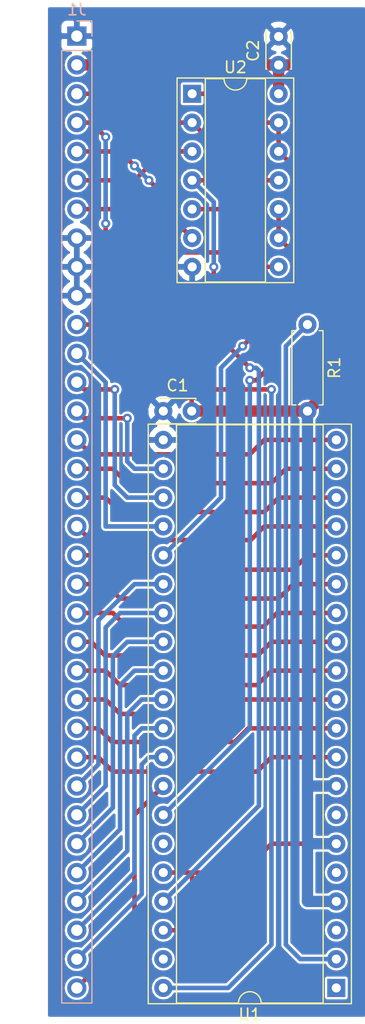
<source format=kicad_pcb>
(kicad_pcb (version 20171130) (host pcbnew "(5.0.0)")

  (general
    (thickness 1.6)
    (drawings 0)
    (tracks 205)
    (zones 0)
    (modules 6)
    (nets 41)
  )

  (page A4)
  (layers
    (0 F.Cu signal)
    (31 B.Cu signal)
    (32 B.Adhes user)
    (33 F.Adhes user)
    (34 B.Paste user)
    (35 F.Paste user)
    (36 B.SilkS user)
    (37 F.SilkS user)
    (38 B.Mask user)
    (39 F.Mask user)
    (40 Dwgs.User user)
    (41 Cmts.User user)
    (42 Eco1.User user)
    (43 Eco2.User user)
    (44 Edge.Cuts user)
    (45 Margin user)
    (46 B.CrtYd user)
    (47 F.CrtYd user)
    (48 B.Fab user)
    (49 F.Fab user)
  )

  (setup
    (last_trace_width 0.4)
    (user_trace_width 0.4)
    (user_trace_width 1)
    (trace_clearance 0.2)
    (zone_clearance 0.2)
    (zone_45_only no)
    (trace_min 0.2)
    (segment_width 0.2)
    (edge_width 0.15)
    (via_size 0.8)
    (via_drill 0.4)
    (via_min_size 0.4)
    (via_min_drill 0.3)
    (uvia_size 0.3)
    (uvia_drill 0.1)
    (uvias_allowed no)
    (uvia_min_size 0.2)
    (uvia_min_drill 0.1)
    (pcb_text_width 0.3)
    (pcb_text_size 1.5 1.5)
    (mod_edge_width 0.15)
    (mod_text_size 1 1)
    (mod_text_width 0.15)
    (pad_size 1.524 1.524)
    (pad_drill 0.762)
    (pad_to_mask_clearance 0.2)
    (aux_axis_origin 0 0)
    (visible_elements FFFFFF7F)
    (pcbplotparams
      (layerselection 0x010fc_ffffffff)
      (usegerberextensions false)
      (usegerberattributes false)
      (usegerberadvancedattributes false)
      (creategerberjobfile false)
      (excludeedgelayer true)
      (linewidth 0.100000)
      (plotframeref false)
      (viasonmask false)
      (mode 1)
      (useauxorigin false)
      (hpglpennumber 1)
      (hpglpenspeed 20)
      (hpglpendiameter 15.000000)
      (psnegative false)
      (psa4output false)
      (plotreference true)
      (plotvalue true)
      (plotinvisibletext false)
      (padsonsilk false)
      (subtractmaskfromsilk false)
      (outputformat 1)
      (mirror false)
      (drillshape 1)
      (scaleselection 1)
      (outputdirectory ""))
  )

  (net 0 "")
  (net 1 /5V)
  (net 2 /CLK)
  (net 3 /RES)
  (net 4 /WR)
  (net 5 /RD)
  (net 6 /A19)
  (net 7 /A14)
  (net 8 /A13)
  (net 9 /A12)
  (net 10 /A11)
  (net 11 /A10)
  (net 12 /A9)
  (net 13 /A8)
  (net 14 /A7)
  (net 15 /A6)
  (net 16 /A5)
  (net 17 /A4)
  (net 18 /A3)
  (net 19 /A2)
  (net 20 /A1)
  (net 21 /A0)
  (net 22 /D7)
  (net 23 /D6)
  (net 24 /D5)
  (net 25 /D4)
  (net 26 /D3)
  (net 27 /D2)
  (net 28 /D1)
  (net 29 /D0)
  (net 30 "Net-(R1-Pad1)")
  (net 31 "Net-(U1-Pad1)")
  (net 32 "Net-(U1-Pad3)")
  (net 33 "Net-(U1-Pad5)")
  (net 34 "Net-(U1-Pad25)")
  (net 35 "Net-(U1-Pad7)")
  (net 36 "Net-(U1-Pad34)")
  (net 37 "Net-(U1-Pad35)")
  (net 38 "Net-(U1-Pad39)")
  (net 39 "Net-(U2-Pad11)")
  (net 40 /GND)

  (net_class Default "Dies ist die voreingestellte Netzklasse."
    (clearance 0.2)
    (trace_width 0.25)
    (via_dia 0.8)
    (via_drill 0.4)
    (uvia_dia 0.3)
    (uvia_drill 0.1)
    (add_net /5V)
    (add_net /A0)
    (add_net /A1)
    (add_net /A10)
    (add_net /A11)
    (add_net /A12)
    (add_net /A13)
    (add_net /A14)
    (add_net /A19)
    (add_net /A2)
    (add_net /A3)
    (add_net /A4)
    (add_net /A5)
    (add_net /A6)
    (add_net /A7)
    (add_net /A8)
    (add_net /A9)
    (add_net /CLK)
    (add_net /D0)
    (add_net /D1)
    (add_net /D2)
    (add_net /D3)
    (add_net /D4)
    (add_net /D5)
    (add_net /D6)
    (add_net /D7)
    (add_net /GND)
    (add_net /RD)
    (add_net /RES)
    (add_net /WR)
    (add_net "Net-(R1-Pad1)")
    (add_net "Net-(U1-Pad1)")
    (add_net "Net-(U1-Pad25)")
    (add_net "Net-(U1-Pad3)")
    (add_net "Net-(U1-Pad34)")
    (add_net "Net-(U1-Pad35)")
    (add_net "Net-(U1-Pad39)")
    (add_net "Net-(U1-Pad5)")
    (add_net "Net-(U1-Pad7)")
    (add_net "Net-(U2-Pad11)")
  )

  (module Package_DIP:DIP-14_W7.62mm_Socket (layer F.Cu) (tedit 5A02E8C5) (tstamp 5EE5896B)
    (at 137.16 55.88)
    (descr "14-lead though-hole mounted DIP package, row spacing 7.62 mm (300 mils), Socket")
    (tags "THT DIP DIL PDIP 2.54mm 7.62mm 300mil Socket")
    (path /5EDB7C09)
    (fp_text reference U2 (at 3.81 -2.33) (layer F.SilkS)
      (effects (font (size 1 1) (thickness 0.15)))
    )
    (fp_text value 74HC00 (at 3.81 17.57) (layer F.Fab)
      (effects (font (size 1 1) (thickness 0.15)))
    )
    (fp_arc (start 3.81 -1.33) (end 2.81 -1.33) (angle -180) (layer F.SilkS) (width 0.12))
    (fp_line (start 1.635 -1.27) (end 6.985 -1.27) (layer F.Fab) (width 0.1))
    (fp_line (start 6.985 -1.27) (end 6.985 16.51) (layer F.Fab) (width 0.1))
    (fp_line (start 6.985 16.51) (end 0.635 16.51) (layer F.Fab) (width 0.1))
    (fp_line (start 0.635 16.51) (end 0.635 -0.27) (layer F.Fab) (width 0.1))
    (fp_line (start 0.635 -0.27) (end 1.635 -1.27) (layer F.Fab) (width 0.1))
    (fp_line (start -1.27 -1.33) (end -1.27 16.57) (layer F.Fab) (width 0.1))
    (fp_line (start -1.27 16.57) (end 8.89 16.57) (layer F.Fab) (width 0.1))
    (fp_line (start 8.89 16.57) (end 8.89 -1.33) (layer F.Fab) (width 0.1))
    (fp_line (start 8.89 -1.33) (end -1.27 -1.33) (layer F.Fab) (width 0.1))
    (fp_line (start 2.81 -1.33) (end 1.16 -1.33) (layer F.SilkS) (width 0.12))
    (fp_line (start 1.16 -1.33) (end 1.16 16.57) (layer F.SilkS) (width 0.12))
    (fp_line (start 1.16 16.57) (end 6.46 16.57) (layer F.SilkS) (width 0.12))
    (fp_line (start 6.46 16.57) (end 6.46 -1.33) (layer F.SilkS) (width 0.12))
    (fp_line (start 6.46 -1.33) (end 4.81 -1.33) (layer F.SilkS) (width 0.12))
    (fp_line (start -1.33 -1.39) (end -1.33 16.63) (layer F.SilkS) (width 0.12))
    (fp_line (start -1.33 16.63) (end 8.95 16.63) (layer F.SilkS) (width 0.12))
    (fp_line (start 8.95 16.63) (end 8.95 -1.39) (layer F.SilkS) (width 0.12))
    (fp_line (start 8.95 -1.39) (end -1.33 -1.39) (layer F.SilkS) (width 0.12))
    (fp_line (start -1.55 -1.6) (end -1.55 16.85) (layer F.CrtYd) (width 0.05))
    (fp_line (start -1.55 16.85) (end 9.15 16.85) (layer F.CrtYd) (width 0.05))
    (fp_line (start 9.15 16.85) (end 9.15 -1.6) (layer F.CrtYd) (width 0.05))
    (fp_line (start 9.15 -1.6) (end -1.55 -1.6) (layer F.CrtYd) (width 0.05))
    (fp_text user %R (at 3.81 7.62) (layer F.Fab)
      (effects (font (size 1 1) (thickness 0.15)))
    )
    (pad 1 thru_hole rect (at 0 0) (size 1.6 1.6) (drill 0.8) (layers *.Cu *.Mask)
      (net 36 "Net-(U1-Pad34)"))
    (pad 8 thru_hole oval (at 7.62 15.24) (size 1.6 1.6) (drill 0.8) (layers *.Cu *.Mask)
      (net 6 /A19))
    (pad 2 thru_hole oval (at 0 2.54) (size 1.6 1.6) (drill 0.8) (layers *.Cu *.Mask)
      (net 2 /CLK))
    (pad 9 thru_hole oval (at 7.62 12.7) (size 1.6 1.6) (drill 0.8) (layers *.Cu *.Mask)
      (net 34 "Net-(U1-Pad25)"))
    (pad 3 thru_hole oval (at 0 5.08) (size 1.6 1.6) (drill 0.8) (layers *.Cu *.Mask)
      (net 5 /RD))
    (pad 10 thru_hole oval (at 7.62 10.16) (size 1.6 1.6) (drill 0.8) (layers *.Cu *.Mask)
      (net 34 "Net-(U1-Pad25)"))
    (pad 4 thru_hole oval (at 0 7.62) (size 1.6 1.6) (drill 0.8) (layers *.Cu *.Mask)
      (net 2 /CLK))
    (pad 11 thru_hole oval (at 7.62 7.62) (size 1.6 1.6) (drill 0.8) (layers *.Cu *.Mask)
      (net 39 "Net-(U2-Pad11)"))
    (pad 5 thru_hole oval (at 0 10.16) (size 1.6 1.6) (drill 0.8) (layers *.Cu *.Mask)
      (net 39 "Net-(U2-Pad11)"))
    (pad 12 thru_hole oval (at 7.62 5.08) (size 1.6 1.6) (drill 0.8) (layers *.Cu *.Mask)
      (net 36 "Net-(U1-Pad34)"))
    (pad 6 thru_hole oval (at 0 12.7) (size 1.6 1.6) (drill 0.8) (layers *.Cu *.Mask)
      (net 4 /WR))
    (pad 13 thru_hole oval (at 7.62 2.54) (size 1.6 1.6) (drill 0.8) (layers *.Cu *.Mask)
      (net 36 "Net-(U1-Pad34)"))
    (pad 7 thru_hole oval (at 0 15.24) (size 1.6 1.6) (drill 0.8) (layers *.Cu *.Mask)
      (net 40 /GND))
    (pad 14 thru_hole oval (at 7.62 0) (size 1.6 1.6) (drill 0.8) (layers *.Cu *.Mask)
      (net 1 /5V))
    (model ${KISYS3DMOD}/Package_DIP.3dshapes/DIP-14_W7.62mm_Socket.wrl
      (at (xyz 0 0 0))
      (scale (xyz 1 1 1))
      (rotate (xyz 0 0 0))
    )
  )

  (module Package_DIP:DIP-40_W15.24mm_Socket (layer F.Cu) (tedit 5A02E8C5) (tstamp 5EE58941)
    (at 149.86 134.62 180)
    (descr "40-lead though-hole mounted DIP package, row spacing 15.24 mm (600 mils), Socket")
    (tags "THT DIP DIL PDIP 2.54mm 15.24mm 600mil Socket")
    (path /5ED92BAA)
    (fp_text reference U1 (at 7.62 -2.33 180) (layer F.SilkS)
      (effects (font (size 1 1) (thickness 0.15)))
    )
    (fp_text value W65C02 (at 7.62 50.59 180) (layer F.Fab)
      (effects (font (size 1 1) (thickness 0.15)))
    )
    (fp_arc (start 7.62 -1.33) (end 6.62 -1.33) (angle -180) (layer F.SilkS) (width 0.12))
    (fp_line (start 1.255 -1.27) (end 14.985 -1.27) (layer F.Fab) (width 0.1))
    (fp_line (start 14.985 -1.27) (end 14.985 49.53) (layer F.Fab) (width 0.1))
    (fp_line (start 14.985 49.53) (end 0.255 49.53) (layer F.Fab) (width 0.1))
    (fp_line (start 0.255 49.53) (end 0.255 -0.27) (layer F.Fab) (width 0.1))
    (fp_line (start 0.255 -0.27) (end 1.255 -1.27) (layer F.Fab) (width 0.1))
    (fp_line (start -1.27 -1.33) (end -1.27 49.59) (layer F.Fab) (width 0.1))
    (fp_line (start -1.27 49.59) (end 16.51 49.59) (layer F.Fab) (width 0.1))
    (fp_line (start 16.51 49.59) (end 16.51 -1.33) (layer F.Fab) (width 0.1))
    (fp_line (start 16.51 -1.33) (end -1.27 -1.33) (layer F.Fab) (width 0.1))
    (fp_line (start 6.62 -1.33) (end 1.16 -1.33) (layer F.SilkS) (width 0.12))
    (fp_line (start 1.16 -1.33) (end 1.16 49.59) (layer F.SilkS) (width 0.12))
    (fp_line (start 1.16 49.59) (end 14.08 49.59) (layer F.SilkS) (width 0.12))
    (fp_line (start 14.08 49.59) (end 14.08 -1.33) (layer F.SilkS) (width 0.12))
    (fp_line (start 14.08 -1.33) (end 8.62 -1.33) (layer F.SilkS) (width 0.12))
    (fp_line (start -1.33 -1.39) (end -1.33 49.65) (layer F.SilkS) (width 0.12))
    (fp_line (start -1.33 49.65) (end 16.57 49.65) (layer F.SilkS) (width 0.12))
    (fp_line (start 16.57 49.65) (end 16.57 -1.39) (layer F.SilkS) (width 0.12))
    (fp_line (start 16.57 -1.39) (end -1.33 -1.39) (layer F.SilkS) (width 0.12))
    (fp_line (start -1.55 -1.6) (end -1.55 49.85) (layer F.CrtYd) (width 0.05))
    (fp_line (start -1.55 49.85) (end 16.8 49.85) (layer F.CrtYd) (width 0.05))
    (fp_line (start 16.8 49.85) (end 16.8 -1.6) (layer F.CrtYd) (width 0.05))
    (fp_line (start 16.8 -1.6) (end -1.55 -1.6) (layer F.CrtYd) (width 0.05))
    (fp_text user %R (at 7.62 24.13 180) (layer F.Fab)
      (effects (font (size 1 1) (thickness 0.15)))
    )
    (pad 1 thru_hole rect (at 0 0 180) (size 1.6 1.6) (drill 0.8) (layers *.Cu *.Mask)
      (net 31 "Net-(U1-Pad1)"))
    (pad 21 thru_hole oval (at 15.24 48.26 180) (size 1.6 1.6) (drill 0.8) (layers *.Cu *.Mask)
      (net 40 /GND))
    (pad 2 thru_hole oval (at 0 2.54 180) (size 1.6 1.6) (drill 0.8) (layers *.Cu *.Mask)
      (net 30 "Net-(R1-Pad1)"))
    (pad 22 thru_hole oval (at 15.24 45.72 180) (size 1.6 1.6) (drill 0.8) (layers *.Cu *.Mask)
      (net 9 /A12))
    (pad 3 thru_hole oval (at 0 5.08 180) (size 1.6 1.6) (drill 0.8) (layers *.Cu *.Mask)
      (net 32 "Net-(U1-Pad3)"))
    (pad 23 thru_hole oval (at 15.24 43.18 180) (size 1.6 1.6) (drill 0.8) (layers *.Cu *.Mask)
      (net 8 /A13))
    (pad 4 thru_hole oval (at 0 7.62 180) (size 1.6 1.6) (drill 0.8) (layers *.Cu *.Mask)
      (net 1 /5V))
    (pad 24 thru_hole oval (at 15.24 40.64 180) (size 1.6 1.6) (drill 0.8) (layers *.Cu *.Mask)
      (net 7 /A14))
    (pad 5 thru_hole oval (at 0 10.16 180) (size 1.6 1.6) (drill 0.8) (layers *.Cu *.Mask)
      (net 33 "Net-(U1-Pad5)"))
    (pad 25 thru_hole oval (at 15.24 38.1 180) (size 1.6 1.6) (drill 0.8) (layers *.Cu *.Mask)
      (net 34 "Net-(U1-Pad25)"))
    (pad 6 thru_hole oval (at 0 12.7 180) (size 1.6 1.6) (drill 0.8) (layers *.Cu *.Mask)
      (net 1 /5V))
    (pad 26 thru_hole oval (at 15.24 35.56 180) (size 1.6 1.6) (drill 0.8) (layers *.Cu *.Mask)
      (net 22 /D7))
    (pad 7 thru_hole oval (at 0 15.24 180) (size 1.6 1.6) (drill 0.8) (layers *.Cu *.Mask)
      (net 35 "Net-(U1-Pad7)"))
    (pad 27 thru_hole oval (at 15.24 33.02 180) (size 1.6 1.6) (drill 0.8) (layers *.Cu *.Mask)
      (net 23 /D6))
    (pad 8 thru_hole oval (at 0 17.78 180) (size 1.6 1.6) (drill 0.8) (layers *.Cu *.Mask)
      (net 1 /5V))
    (pad 28 thru_hole oval (at 15.24 30.48 180) (size 1.6 1.6) (drill 0.8) (layers *.Cu *.Mask)
      (net 24 /D5))
    (pad 9 thru_hole oval (at 0 20.32 180) (size 1.6 1.6) (drill 0.8) (layers *.Cu *.Mask)
      (net 21 /A0))
    (pad 29 thru_hole oval (at 15.24 27.94 180) (size 1.6 1.6) (drill 0.8) (layers *.Cu *.Mask)
      (net 25 /D4))
    (pad 10 thru_hole oval (at 0 22.86 180) (size 1.6 1.6) (drill 0.8) (layers *.Cu *.Mask)
      (net 20 /A1))
    (pad 30 thru_hole oval (at 15.24 25.4 180) (size 1.6 1.6) (drill 0.8) (layers *.Cu *.Mask)
      (net 26 /D3))
    (pad 11 thru_hole oval (at 0 25.4 180) (size 1.6 1.6) (drill 0.8) (layers *.Cu *.Mask)
      (net 19 /A2))
    (pad 31 thru_hole oval (at 15.24 22.86 180) (size 1.6 1.6) (drill 0.8) (layers *.Cu *.Mask)
      (net 27 /D2))
    (pad 12 thru_hole oval (at 0 27.94 180) (size 1.6 1.6) (drill 0.8) (layers *.Cu *.Mask)
      (net 18 /A3))
    (pad 32 thru_hole oval (at 15.24 20.32 180) (size 1.6 1.6) (drill 0.8) (layers *.Cu *.Mask)
      (net 28 /D1))
    (pad 13 thru_hole oval (at 0 30.48 180) (size 1.6 1.6) (drill 0.8) (layers *.Cu *.Mask)
      (net 17 /A4))
    (pad 33 thru_hole oval (at 15.24 17.78 180) (size 1.6 1.6) (drill 0.8) (layers *.Cu *.Mask)
      (net 29 /D0))
    (pad 14 thru_hole oval (at 0 33.02 180) (size 1.6 1.6) (drill 0.8) (layers *.Cu *.Mask)
      (net 16 /A5))
    (pad 34 thru_hole oval (at 15.24 15.24 180) (size 1.6 1.6) (drill 0.8) (layers *.Cu *.Mask)
      (net 36 "Net-(U1-Pad34)"))
    (pad 15 thru_hole oval (at 0 35.56 180) (size 1.6 1.6) (drill 0.8) (layers *.Cu *.Mask)
      (net 15 /A6))
    (pad 35 thru_hole oval (at 15.24 12.7 180) (size 1.6 1.6) (drill 0.8) (layers *.Cu *.Mask)
      (net 37 "Net-(U1-Pad35)"))
    (pad 16 thru_hole oval (at 0 38.1 180) (size 1.6 1.6) (drill 0.8) (layers *.Cu *.Mask)
      (net 14 /A7))
    (pad 36 thru_hole oval (at 15.24 10.16 180) (size 1.6 1.6) (drill 0.8) (layers *.Cu *.Mask)
      (net 1 /5V))
    (pad 17 thru_hole oval (at 0 40.64 180) (size 1.6 1.6) (drill 0.8) (layers *.Cu *.Mask)
      (net 13 /A8))
    (pad 37 thru_hole oval (at 15.24 7.62 180) (size 1.6 1.6) (drill 0.8) (layers *.Cu *.Mask)
      (net 2 /CLK))
    (pad 18 thru_hole oval (at 0 43.18 180) (size 1.6 1.6) (drill 0.8) (layers *.Cu *.Mask)
      (net 12 /A9))
    (pad 38 thru_hole oval (at 15.24 5.08 180) (size 1.6 1.6) (drill 0.8) (layers *.Cu *.Mask)
      (net 1 /5V))
    (pad 19 thru_hole oval (at 0 45.72 180) (size 1.6 1.6) (drill 0.8) (layers *.Cu *.Mask)
      (net 11 /A10))
    (pad 39 thru_hole oval (at 15.24 2.54 180) (size 1.6 1.6) (drill 0.8) (layers *.Cu *.Mask)
      (net 38 "Net-(U1-Pad39)"))
    (pad 20 thru_hole oval (at 0 48.26 180) (size 1.6 1.6) (drill 0.8) (layers *.Cu *.Mask)
      (net 10 /A11))
    (pad 40 thru_hole oval (at 15.24 0 180) (size 1.6 1.6) (drill 0.8) (layers *.Cu *.Mask)
      (net 3 /RES))
    (model ${KISYS3DMOD}/Package_DIP.3dshapes/DIP-40_W15.24mm_Socket.wrl
      (at (xyz 0 0 0))
      (scale (xyz 1 1 1))
      (rotate (xyz 0 0 0))
    )
  )

  (module Capacitor_THT:C_Disc_D3.0mm_W2.0mm_P2.50mm (layer F.Cu) (tedit 5AE50EF0) (tstamp 5EE5981A)
    (at 134.62 83.82)
    (descr "C, Disc series, Radial, pin pitch=2.50mm, , diameter*width=3*2mm^2, Capacitor")
    (tags "C Disc series Radial pin pitch 2.50mm  diameter 3mm width 2mm Capacitor")
    (path /5EE8D589)
    (fp_text reference C1 (at 1.25 -2.25) (layer F.SilkS)
      (effects (font (size 1 1) (thickness 0.15)))
    )
    (fp_text value 100nF (at 1.25 2.25) (layer F.Fab)
      (effects (font (size 1 1) (thickness 0.15)))
    )
    (fp_line (start -0.25 -1) (end -0.25 1) (layer F.Fab) (width 0.1))
    (fp_line (start -0.25 1) (end 2.75 1) (layer F.Fab) (width 0.1))
    (fp_line (start 2.75 1) (end 2.75 -1) (layer F.Fab) (width 0.1))
    (fp_line (start 2.75 -1) (end -0.25 -1) (layer F.Fab) (width 0.1))
    (fp_line (start -0.37 -1.12) (end 2.87 -1.12) (layer F.SilkS) (width 0.12))
    (fp_line (start -0.37 1.12) (end 2.87 1.12) (layer F.SilkS) (width 0.12))
    (fp_line (start -0.37 -1.12) (end -0.37 -1.055) (layer F.SilkS) (width 0.12))
    (fp_line (start -0.37 1.055) (end -0.37 1.12) (layer F.SilkS) (width 0.12))
    (fp_line (start 2.87 -1.12) (end 2.87 -1.055) (layer F.SilkS) (width 0.12))
    (fp_line (start 2.87 1.055) (end 2.87 1.12) (layer F.SilkS) (width 0.12))
    (fp_line (start -1.05 -1.25) (end -1.05 1.25) (layer F.CrtYd) (width 0.05))
    (fp_line (start -1.05 1.25) (end 3.55 1.25) (layer F.CrtYd) (width 0.05))
    (fp_line (start 3.55 1.25) (end 3.55 -1.25) (layer F.CrtYd) (width 0.05))
    (fp_line (start 3.55 -1.25) (end -1.05 -1.25) (layer F.CrtYd) (width 0.05))
    (fp_text user %R (at 1.25 0) (layer F.Fab)
      (effects (font (size 0.6 0.6) (thickness 0.09)))
    )
    (pad 1 thru_hole circle (at 0 0) (size 1.6 1.6) (drill 0.8) (layers *.Cu *.Mask)
      (net 40 /GND))
    (pad 2 thru_hole circle (at 2.5 0) (size 1.6 1.6) (drill 0.8) (layers *.Cu *.Mask)
      (net 1 /5V))
    (model ${KISYS3DMOD}/Capacitor_THT.3dshapes/C_Disc_D3.0mm_W2.0mm_P2.50mm.wrl
      (at (xyz 0 0 0))
      (scale (xyz 1 1 1))
      (rotate (xyz 0 0 0))
    )
  )

  (module Capacitor_THT:C_Disc_D3.0mm_W2.0mm_P2.50mm (layer F.Cu) (tedit 5AE50EF0) (tstamp 5EE588B0)
    (at 144.78 53.34 90)
    (descr "C, Disc series, Radial, pin pitch=2.50mm, , diameter*width=3*2mm^2, Capacitor")
    (tags "C Disc series Radial pin pitch 2.50mm  diameter 3mm width 2mm Capacitor")
    (path /5EF19D4E)
    (fp_text reference C2 (at 1.25 -2.25 90) (layer F.SilkS)
      (effects (font (size 1 1) (thickness 0.15)))
    )
    (fp_text value 100nF (at 1.25 2.25 90) (layer F.Fab)
      (effects (font (size 1 1) (thickness 0.15)))
    )
    (fp_text user %R (at 1.25 0 90) (layer F.Fab)
      (effects (font (size 0.6 0.6) (thickness 0.09)))
    )
    (fp_line (start 3.55 -1.25) (end -1.05 -1.25) (layer F.CrtYd) (width 0.05))
    (fp_line (start 3.55 1.25) (end 3.55 -1.25) (layer F.CrtYd) (width 0.05))
    (fp_line (start -1.05 1.25) (end 3.55 1.25) (layer F.CrtYd) (width 0.05))
    (fp_line (start -1.05 -1.25) (end -1.05 1.25) (layer F.CrtYd) (width 0.05))
    (fp_line (start 2.87 1.055) (end 2.87 1.12) (layer F.SilkS) (width 0.12))
    (fp_line (start 2.87 -1.12) (end 2.87 -1.055) (layer F.SilkS) (width 0.12))
    (fp_line (start -0.37 1.055) (end -0.37 1.12) (layer F.SilkS) (width 0.12))
    (fp_line (start -0.37 -1.12) (end -0.37 -1.055) (layer F.SilkS) (width 0.12))
    (fp_line (start -0.37 1.12) (end 2.87 1.12) (layer F.SilkS) (width 0.12))
    (fp_line (start -0.37 -1.12) (end 2.87 -1.12) (layer F.SilkS) (width 0.12))
    (fp_line (start 2.75 -1) (end -0.25 -1) (layer F.Fab) (width 0.1))
    (fp_line (start 2.75 1) (end 2.75 -1) (layer F.Fab) (width 0.1))
    (fp_line (start -0.25 1) (end 2.75 1) (layer F.Fab) (width 0.1))
    (fp_line (start -0.25 -1) (end -0.25 1) (layer F.Fab) (width 0.1))
    (pad 2 thru_hole circle (at 2.5 0 90) (size 1.6 1.6) (drill 0.8) (layers *.Cu *.Mask)
      (net 40 /GND))
    (pad 1 thru_hole circle (at 0 0 90) (size 1.6 1.6) (drill 0.8) (layers *.Cu *.Mask)
      (net 1 /5V))
    (model ${KISYS3DMOD}/Capacitor_THT.3dshapes/C_Disc_D3.0mm_W2.0mm_P2.50mm.wrl
      (at (xyz 0 0 0))
      (scale (xyz 1 1 1))
      (rotate (xyz 0 0 0))
    )
  )

  (module Connector_PinHeader_2.54mm:PinHeader_1x34_P2.54mm_Vertical (layer B.Cu) (tedit 59FED5CC) (tstamp 5EE588E6)
    (at 127 50.8 180)
    (descr "Through hole straight pin header, 1x34, 2.54mm pitch, single row")
    (tags "Through hole pin header THT 1x34 2.54mm single row")
    (path /5ED92C40)
    (fp_text reference J1 (at 0 2.33 180) (layer B.SilkS)
      (effects (font (size 1 1) (thickness 0.15)) (justify mirror))
    )
    (fp_text value Conn_01x34_Male (at 0 -86.15 180) (layer B.Fab)
      (effects (font (size 1 1) (thickness 0.15)) (justify mirror))
    )
    (fp_line (start -0.635 1.27) (end 1.27 1.27) (layer B.Fab) (width 0.1))
    (fp_line (start 1.27 1.27) (end 1.27 -85.09) (layer B.Fab) (width 0.1))
    (fp_line (start 1.27 -85.09) (end -1.27 -85.09) (layer B.Fab) (width 0.1))
    (fp_line (start -1.27 -85.09) (end -1.27 0.635) (layer B.Fab) (width 0.1))
    (fp_line (start -1.27 0.635) (end -0.635 1.27) (layer B.Fab) (width 0.1))
    (fp_line (start -1.33 -85.15) (end 1.33 -85.15) (layer B.SilkS) (width 0.12))
    (fp_line (start -1.33 -1.27) (end -1.33 -85.15) (layer B.SilkS) (width 0.12))
    (fp_line (start 1.33 -1.27) (end 1.33 -85.15) (layer B.SilkS) (width 0.12))
    (fp_line (start -1.33 -1.27) (end 1.33 -1.27) (layer B.SilkS) (width 0.12))
    (fp_line (start -1.33 0) (end -1.33 1.33) (layer B.SilkS) (width 0.12))
    (fp_line (start -1.33 1.33) (end 0 1.33) (layer B.SilkS) (width 0.12))
    (fp_line (start -1.8 1.8) (end -1.8 -85.6) (layer B.CrtYd) (width 0.05))
    (fp_line (start -1.8 -85.6) (end 1.8 -85.6) (layer B.CrtYd) (width 0.05))
    (fp_line (start 1.8 -85.6) (end 1.8 1.8) (layer B.CrtYd) (width 0.05))
    (fp_line (start 1.8 1.8) (end -1.8 1.8) (layer B.CrtYd) (width 0.05))
    (fp_text user %R (at 0 -41.91 90) (layer B.Fab)
      (effects (font (size 1 1) (thickness 0.15)) (justify mirror))
    )
    (pad 1 thru_hole rect (at 0 0 180) (size 1.7 1.7) (drill 1) (layers *.Cu *.Mask)
      (net 40 /GND))
    (pad 2 thru_hole oval (at 0 -2.54 180) (size 1.7 1.7) (drill 1) (layers *.Cu *.Mask)
      (net 1 /5V))
    (pad 3 thru_hole oval (at 0 -5.08 180) (size 1.7 1.7) (drill 1) (layers *.Cu *.Mask)
      (net 2 /CLK))
    (pad 4 thru_hole oval (at 0 -7.62 180) (size 1.7 1.7) (drill 1) (layers *.Cu *.Mask)
      (net 3 /RES))
    (pad 5 thru_hole oval (at 0 -10.16 180) (size 1.7 1.7) (drill 1) (layers *.Cu *.Mask)
      (net 4 /WR))
    (pad 6 thru_hole oval (at 0 -12.7 180) (size 1.7 1.7) (drill 1) (layers *.Cu *.Mask)
      (net 5 /RD))
    (pad 7 thru_hole oval (at 0 -15.24 180) (size 1.7 1.7) (drill 1) (layers *.Cu *.Mask)
      (net 6 /A19))
    (pad 8 thru_hole oval (at 0 -17.78 180) (size 1.7 1.7) (drill 1) (layers *.Cu *.Mask)
      (net 40 /GND))
    (pad 9 thru_hole oval (at 0 -20.32 180) (size 1.7 1.7) (drill 1) (layers *.Cu *.Mask)
      (net 40 /GND))
    (pad 10 thru_hole oval (at 0 -22.86 180) (size 1.7 1.7) (drill 1) (layers *.Cu *.Mask)
      (net 40 /GND))
    (pad 11 thru_hole oval (at 0 -25.4 180) (size 1.7 1.7) (drill 1) (layers *.Cu *.Mask)
      (net 1 /5V))
    (pad 12 thru_hole oval (at 0 -27.94 180) (size 1.7 1.7) (drill 1) (layers *.Cu *.Mask)
      (net 7 /A14))
    (pad 13 thru_hole oval (at 0 -30.48 180) (size 1.7 1.7) (drill 1) (layers *.Cu *.Mask)
      (net 8 /A13))
    (pad 14 thru_hole oval (at 0 -33.02 180) (size 1.7 1.7) (drill 1) (layers *.Cu *.Mask)
      (net 9 /A12))
    (pad 15 thru_hole oval (at 0 -35.56 180) (size 1.7 1.7) (drill 1) (layers *.Cu *.Mask)
      (net 10 /A11))
    (pad 16 thru_hole oval (at 0 -38.1 180) (size 1.7 1.7) (drill 1) (layers *.Cu *.Mask)
      (net 11 /A10))
    (pad 17 thru_hole oval (at 0 -40.64 180) (size 1.7 1.7) (drill 1) (layers *.Cu *.Mask)
      (net 12 /A9))
    (pad 18 thru_hole oval (at 0 -43.18 180) (size 1.7 1.7) (drill 1) (layers *.Cu *.Mask)
      (net 13 /A8))
    (pad 19 thru_hole oval (at 0 -45.72 180) (size 1.7 1.7) (drill 1) (layers *.Cu *.Mask)
      (net 14 /A7))
    (pad 20 thru_hole oval (at 0 -48.26 180) (size 1.7 1.7) (drill 1) (layers *.Cu *.Mask)
      (net 15 /A6))
    (pad 21 thru_hole oval (at 0 -50.8 180) (size 1.7 1.7) (drill 1) (layers *.Cu *.Mask)
      (net 16 /A5))
    (pad 22 thru_hole oval (at 0 -53.34 180) (size 1.7 1.7) (drill 1) (layers *.Cu *.Mask)
      (net 17 /A4))
    (pad 23 thru_hole oval (at 0 -55.88 180) (size 1.7 1.7) (drill 1) (layers *.Cu *.Mask)
      (net 18 /A3))
    (pad 24 thru_hole oval (at 0 -58.42 180) (size 1.7 1.7) (drill 1) (layers *.Cu *.Mask)
      (net 19 /A2))
    (pad 25 thru_hole oval (at 0 -60.96 180) (size 1.7 1.7) (drill 1) (layers *.Cu *.Mask)
      (net 20 /A1))
    (pad 26 thru_hole oval (at 0 -63.5 180) (size 1.7 1.7) (drill 1) (layers *.Cu *.Mask)
      (net 21 /A0))
    (pad 27 thru_hole oval (at 0 -66.04 180) (size 1.7 1.7) (drill 1) (layers *.Cu *.Mask)
      (net 22 /D7))
    (pad 28 thru_hole oval (at 0 -68.58 180) (size 1.7 1.7) (drill 1) (layers *.Cu *.Mask)
      (net 23 /D6))
    (pad 29 thru_hole oval (at 0 -71.12 180) (size 1.7 1.7) (drill 1) (layers *.Cu *.Mask)
      (net 24 /D5))
    (pad 30 thru_hole oval (at 0 -73.66 180) (size 1.7 1.7) (drill 1) (layers *.Cu *.Mask)
      (net 25 /D4))
    (pad 31 thru_hole oval (at 0 -76.2 180) (size 1.7 1.7) (drill 1) (layers *.Cu *.Mask)
      (net 26 /D3))
    (pad 32 thru_hole oval (at 0 -78.74 180) (size 1.7 1.7) (drill 1) (layers *.Cu *.Mask)
      (net 27 /D2))
    (pad 33 thru_hole oval (at 0 -81.28 180) (size 1.7 1.7) (drill 1) (layers *.Cu *.Mask)
      (net 28 /D1))
    (pad 34 thru_hole oval (at 0 -83.82 180) (size 1.7 1.7) (drill 1) (layers *.Cu *.Mask)
      (net 29 /D0))
    (model ${KISYS3DMOD}/Connector_PinHeader_2.54mm.3dshapes/PinHeader_1x34_P2.54mm_Vertical.wrl
      (at (xyz 0 0 0))
      (scale (xyz 1 1 1))
      (rotate (xyz 0 0 0))
    )
  )

  (module Resistor_THT:R_Axial_DIN0207_L6.3mm_D2.5mm_P7.62mm_Horizontal (layer F.Cu) (tedit 5AE5139B) (tstamp 5EE593CC)
    (at 147.32 76.2 270)
    (descr "Resistor, Axial_DIN0207 series, Axial, Horizontal, pin pitch=7.62mm, 0.25W = 1/4W, length*diameter=6.3*2.5mm^2, http://cdn-reichelt.de/documents/datenblatt/B400/1_4W%23YAG.pdf")
    (tags "Resistor Axial_DIN0207 series Axial Horizontal pin pitch 7.62mm 0.25W = 1/4W length 6.3mm diameter 2.5mm")
    (path /5EE39056)
    (fp_text reference R1 (at 3.81 -2.37 270) (layer F.SilkS)
      (effects (font (size 1 1) (thickness 0.15)))
    )
    (fp_text value 1k (at 3.81 2.37 270) (layer F.Fab)
      (effects (font (size 1 1) (thickness 0.15)))
    )
    (fp_line (start 0.66 -1.25) (end 0.66 1.25) (layer F.Fab) (width 0.1))
    (fp_line (start 0.66 1.25) (end 6.96 1.25) (layer F.Fab) (width 0.1))
    (fp_line (start 6.96 1.25) (end 6.96 -1.25) (layer F.Fab) (width 0.1))
    (fp_line (start 6.96 -1.25) (end 0.66 -1.25) (layer F.Fab) (width 0.1))
    (fp_line (start 0 0) (end 0.66 0) (layer F.Fab) (width 0.1))
    (fp_line (start 7.62 0) (end 6.96 0) (layer F.Fab) (width 0.1))
    (fp_line (start 0.54 -1.04) (end 0.54 -1.37) (layer F.SilkS) (width 0.12))
    (fp_line (start 0.54 -1.37) (end 7.08 -1.37) (layer F.SilkS) (width 0.12))
    (fp_line (start 7.08 -1.37) (end 7.08 -1.04) (layer F.SilkS) (width 0.12))
    (fp_line (start 0.54 1.04) (end 0.54 1.37) (layer F.SilkS) (width 0.12))
    (fp_line (start 0.54 1.37) (end 7.08 1.37) (layer F.SilkS) (width 0.12))
    (fp_line (start 7.08 1.37) (end 7.08 1.04) (layer F.SilkS) (width 0.12))
    (fp_line (start -1.05 -1.5) (end -1.05 1.5) (layer F.CrtYd) (width 0.05))
    (fp_line (start -1.05 1.5) (end 8.67 1.5) (layer F.CrtYd) (width 0.05))
    (fp_line (start 8.67 1.5) (end 8.67 -1.5) (layer F.CrtYd) (width 0.05))
    (fp_line (start 8.67 -1.5) (end -1.05 -1.5) (layer F.CrtYd) (width 0.05))
    (fp_text user %R (at 3.81 0 270) (layer F.Fab)
      (effects (font (size 1 1) (thickness 0.15)))
    )
    (pad 1 thru_hole circle (at 0 0 270) (size 1.6 1.6) (drill 0.8) (layers *.Cu *.Mask)
      (net 30 "Net-(R1-Pad1)"))
    (pad 2 thru_hole oval (at 7.62 0 270) (size 1.6 1.6) (drill 0.8) (layers *.Cu *.Mask)
      (net 1 /5V))
    (model ${KISYS3DMOD}/Resistor_THT.3dshapes/R_Axial_DIN0207_L6.3mm_D2.5mm_P7.62mm_Horizontal.wrl
      (at (xyz 0 0 0))
      (scale (xyz 1 1 1))
      (rotate (xyz 0 0 0))
    )
  )

  (segment (start 147.32 116.84) (end 149.86 116.84) (width 1) (layer B.Cu) (net 1))
  (segment (start 144.78 53.34) (end 144.78 55.88) (width 1) (layer F.Cu) (net 1))
  (segment (start 147.32 127) (end 149.86 127) (width 1) (layer B.Cu) (net 1))
  (segment (start 147.32 121.92) (end 149.86 121.92) (width 1) (layer B.Cu) (net 1))
  (segment (start 147.32 121.92) (end 147.32 127) (width 1) (layer B.Cu) (net 1))
  (segment (start 147.32 116.84) (end 147.32 121.92) (width 1) (layer B.Cu) (net 1))
  (segment (start 127 53.34) (end 149.86 53.34) (width 1) (layer F.Cu) (net 1))
  (segment (start 149.86 53.34) (end 149.86 81.28) (width 1) (layer F.Cu) (net 1))
  (segment (start 149.86 81.28) (end 147.32 83.82) (width 1) (layer F.Cu) (net 1))
  (segment (start 147.32 116.84) (end 147.32 83.82) (width 1) (layer B.Cu) (net 1))
  (segment (start 137.12 83.82) (end 147.32 83.82) (width 1) (layer F.Cu) (net 1))
  (segment (start 130.81 76.2) (end 127 76.2) (width 0.4) (layer F.Cu) (net 1))
  (segment (start 137.12 83.82) (end 137.12 82.51) (width 0.4) (layer F.Cu) (net 1))
  (segment (start 137.12 82.51) (end 130.81 76.2) (width 0.4) (layer F.Cu) (net 1))
  (segment (start 149.86 121.92) (end 144.145 121.92) (width 0.4) (layer F.Cu) (net 1))
  (segment (start 144.145 121.92) (end 141.605 124.46) (width 0.4) (layer F.Cu) (net 1))
  (segment (start 137.16 124.46) (end 134.62 124.46) (width 0.4) (layer F.Cu) (net 1))
  (segment (start 141.605 124.46) (end 137.16 124.46) (width 0.4) (layer F.Cu) (net 1))
  (segment (start 135.89 129.54) (end 134.62 129.54) (width 0.4) (layer F.Cu) (net 1))
  (segment (start 137.16 124.46) (end 137.16 128.27) (width 0.4) (layer F.Cu) (net 1))
  (segment (start 137.16 128.27) (end 135.89 129.54) (width 0.4) (layer F.Cu) (net 1))
  (segment (start 127 55.88) (end 130.175 55.88) (width 0.4) (layer F.Cu) (net 2))
  (segment (start 132.715 58.42) (end 137.16 58.42) (width 0.4) (layer F.Cu) (net 2))
  (segment (start 130.175 55.88) (end 132.715 58.42) (width 0.4) (layer F.Cu) (net 2))
  (segment (start 137.16 58.42) (end 139.065 60.325) (width 0.4) (layer F.Cu) (net 2))
  (segment (start 139.065 60.325) (end 139.065 62.865) (width 0.4) (layer F.Cu) (net 2))
  (segment (start 138.43 63.5) (end 137.16 63.5) (width 0.4) (layer F.Cu) (net 2))
  (segment (start 139.065 62.865) (end 138.43 63.5) (width 0.4) (layer F.Cu) (net 2))
  (via (at 139.065 71.12) (size 0.8) (drill 0.4) (layers F.Cu B.Cu) (net 2))
  (segment (start 139.065 65.405) (end 137.16 63.5) (width 0.4) (layer B.Cu) (net 2))
  (segment (start 139.065 65.405) (end 139.065 71.12) (width 0.4) (layer B.Cu) (net 2))
  (via (at 142.24 80.01) (size 0.8) (drill 0.4) (layers F.Cu B.Cu) (net 2))
  (segment (start 141.840001 79.610001) (end 142.24 80.01) (width 0.4) (layer F.Cu) (net 2))
  (segment (start 139.065 76.835) (end 141.840001 79.610001) (width 0.4) (layer F.Cu) (net 2))
  (segment (start 139.065 71.12) (end 139.065 76.835) (width 0.4) (layer F.Cu) (net 2))
  (segment (start 134.62 127) (end 143.040004 118.579996) (width 0.4) (layer B.Cu) (net 2))
  (segment (start 143.040004 118.579996) (end 143.040004 80.244319) (width 0.4) (layer B.Cu) (net 2))
  (segment (start 143.040004 80.244319) (end 142.805685 80.01) (width 0.4) (layer B.Cu) (net 2))
  (segment (start 142.805685 80.01) (end 142.24 80.01) (width 0.4) (layer B.Cu) (net 2))
  (segment (start 134.62 134.62) (end 140.335 134.62) (width 0.4) (layer B.Cu) (net 3))
  (via (at 144.145 81.915) (size 0.8) (drill 0.4) (layers F.Cu B.Cu) (net 3))
  (segment (start 140.335 134.62) (end 144.145 130.81) (width 0.4) (layer B.Cu) (net 3))
  (segment (start 144.145 130.81) (end 144.145 81.915) (width 0.4) (layer B.Cu) (net 3))
  (via (at 129.54 67.31) (size 0.8) (drill 0.4) (layers F.Cu B.Cu) (net 3))
  (via (at 129.54 59.69) (size 0.8) (drill 0.4) (layers F.Cu B.Cu) (net 3))
  (segment (start 129.54 67.31) (end 129.54 60.96) (width 0.4) (layer B.Cu) (net 3))
  (segment (start 129.54 60.96) (end 129.54 59.69) (width 0.4) (layer B.Cu) (net 3))
  (segment (start 128.27 58.42) (end 127 58.42) (width 0.4) (layer F.Cu) (net 3))
  (segment (start 129.54 59.69) (end 128.27 58.42) (width 0.4) (layer F.Cu) (net 3))
  (segment (start 129.54 67.875685) (end 129.54 67.31) (width 0.4) (layer F.Cu) (net 3))
  (segment (start 129.54 72.39) (end 129.54 67.875685) (width 0.4) (layer F.Cu) (net 3))
  (segment (start 144.145 81.915) (end 139.065 81.915) (width 0.4) (layer F.Cu) (net 3))
  (segment (start 139.065 81.915) (end 129.54 72.39) (width 0.4) (layer F.Cu) (net 3))
  (via (at 132.08 62.23) (size 0.8) (drill 0.4) (layers F.Cu B.Cu) (net 4))
  (segment (start 127 60.96) (end 130.81 60.96) (width 0.4) (layer F.Cu) (net 4))
  (segment (start 130.81 60.96) (end 132.08 62.23) (width 0.4) (layer F.Cu) (net 4))
  (via (at 133.35 63.5) (size 0.8) (drill 0.4) (layers F.Cu B.Cu) (net 4))
  (segment (start 132.08 62.23) (end 133.35 63.5) (width 0.4) (layer B.Cu) (net 4))
  (segment (start 133.35 63.5) (end 134.62 64.77) (width 0.4) (layer F.Cu) (net 4))
  (segment (start 134.62 66.04) (end 137.16 68.58) (width 0.4) (layer F.Cu) (net 4))
  (segment (start 134.62 64.77) (end 134.62 66.04) (width 0.4) (layer F.Cu) (net 4))
  (segment (start 127 63.5) (end 132.08 63.5) (width 0.4) (layer F.Cu) (net 5))
  (segment (start 134.62 60.96) (end 137.16 60.96) (width 0.4) (layer F.Cu) (net 5))
  (segment (start 132.08 63.5) (end 134.62 60.96) (width 0.4) (layer F.Cu) (net 5))
  (segment (start 130.81 66.04) (end 127 66.04) (width 0.4) (layer F.Cu) (net 6))
  (segment (start 134.62 69.85) (end 130.81 66.04) (width 0.4) (layer F.Cu) (net 6))
  (segment (start 141.605 69.85) (end 134.62 69.85) (width 0.4) (layer F.Cu) (net 6))
  (segment (start 144.78 71.12) (end 142.875 71.12) (width 0.4) (layer F.Cu) (net 6))
  (segment (start 142.875 71.12) (end 141.605 69.85) (width 0.4) (layer F.Cu) (net 6))
  (segment (start 128.27 80.01) (end 127 78.74) (width 0.4) (layer B.Cu) (net 7))
  (segment (start 129.54 81.28) (end 128.27 80.01) (width 0.4) (layer B.Cu) (net 7))
  (segment (start 134.62 93.98) (end 129.54 93.98) (width 0.4) (layer B.Cu) (net 7))
  (segment (start 129.54 93.98) (end 129.54 81.28) (width 0.4) (layer B.Cu) (net 7))
  (segment (start 134.62 91.44) (end 131.445 91.44) (width 0.4) (layer B.Cu) (net 8))
  (via (at 130.34 81.915) (size 0.8) (drill 0.4) (layers F.Cu B.Cu) (net 8))
  (segment (start 131.445 91.44) (end 130.34 90.335) (width 0.4) (layer B.Cu) (net 8))
  (segment (start 130.34 90.335) (end 130.34 81.915) (width 0.4) (layer B.Cu) (net 8))
  (segment (start 127.635 81.915) (end 127 81.28) (width 0.4) (layer F.Cu) (net 8))
  (segment (start 130.34 81.915) (end 127.635 81.915) (width 0.4) (layer F.Cu) (net 8))
  (segment (start 134.62 88.9) (end 132.08 88.9) (width 0.4) (layer B.Cu) (net 9))
  (via (at 131.445 84.455) (size 0.8) (drill 0.4) (layers F.Cu B.Cu) (net 9))
  (segment (start 132.08 88.9) (end 131.445 88.265) (width 0.4) (layer B.Cu) (net 9))
  (segment (start 131.445 88.265) (end 131.445 84.455) (width 0.4) (layer B.Cu) (net 9))
  (segment (start 127.635 84.455) (end 127 83.82) (width 0.4) (layer F.Cu) (net 9))
  (segment (start 131.445 84.455) (end 127.635 84.455) (width 0.4) (layer F.Cu) (net 9))
  (segment (start 127 86.36) (end 128.27 87.63) (width 0.4) (layer F.Cu) (net 10))
  (segment (start 128.27 87.63) (end 142.24 87.63) (width 0.4) (layer F.Cu) (net 10))
  (segment (start 142.24 87.63) (end 143.51 86.36) (width 0.4) (layer F.Cu) (net 10))
  (segment (start 143.51 86.36) (end 149.86 86.36) (width 0.4) (layer F.Cu) (net 10))
  (segment (start 145.415 88.9) (end 149.86 88.9) (width 0.4) (layer F.Cu) (net 11))
  (segment (start 144.145 90.17) (end 145.415 88.9) (width 0.4) (layer F.Cu) (net 11))
  (segment (start 131.445 90.17) (end 144.145 90.17) (width 0.4) (layer F.Cu) (net 11))
  (segment (start 127 88.9) (end 130.175 88.9) (width 0.4) (layer F.Cu) (net 11))
  (segment (start 130.175 88.9) (end 131.445 90.17) (width 0.4) (layer F.Cu) (net 11))
  (segment (start 127 91.44) (end 129.54 91.44) (width 0.4) (layer F.Cu) (net 12))
  (segment (start 129.54 91.44) (end 130.81 92.71) (width 0.4) (layer F.Cu) (net 12))
  (segment (start 130.81 92.71) (end 143.51 92.71) (width 0.4) (layer F.Cu) (net 12))
  (segment (start 143.51 92.71) (end 144.78 91.44) (width 0.4) (layer F.Cu) (net 12))
  (segment (start 144.78 91.44) (end 149.86 91.44) (width 0.4) (layer F.Cu) (net 12))
  (segment (start 128.200001 95.180001) (end 142.309999 95.180001) (width 0.4) (layer F.Cu) (net 13))
  (segment (start 127 93.98) (end 128.200001 95.180001) (width 0.4) (layer F.Cu) (net 13))
  (segment (start 142.309999 95.180001) (end 143.51 93.98) (width 0.4) (layer F.Cu) (net 13))
  (segment (start 143.51 93.98) (end 149.86 93.98) (width 0.4) (layer F.Cu) (net 13))
  (segment (start 147.32 96.52) (end 149.86 96.52) (width 0.4) (layer F.Cu) (net 14))
  (segment (start 146.05 97.79) (end 147.32 96.52) (width 0.4) (layer F.Cu) (net 14))
  (segment (start 130.175 97.79) (end 146.05 97.79) (width 0.4) (layer F.Cu) (net 14))
  (segment (start 127 96.52) (end 128.905 96.52) (width 0.4) (layer F.Cu) (net 14))
  (segment (start 128.905 96.52) (end 130.175 97.79) (width 0.4) (layer F.Cu) (net 14))
  (segment (start 146.05 99.06) (end 149.86 99.06) (width 0.4) (layer F.Cu) (net 15))
  (segment (start 144.78 100.33) (end 146.05 99.06) (width 0.4) (layer F.Cu) (net 15))
  (segment (start 130.81 100.33) (end 144.78 100.33) (width 0.4) (layer F.Cu) (net 15))
  (segment (start 127 99.06) (end 129.54 99.06) (width 0.4) (layer F.Cu) (net 15))
  (segment (start 129.54 99.06) (end 130.81 100.33) (width 0.4) (layer F.Cu) (net 15))
  (segment (start 144.640002 101.6) (end 149.86 101.6) (width 0.4) (layer F.Cu) (net 16))
  (segment (start 143.440001 102.800001) (end 144.640002 101.6) (width 0.4) (layer F.Cu) (net 16))
  (segment (start 131.375001 102.800001) (end 143.440001 102.800001) (width 0.4) (layer F.Cu) (net 16))
  (segment (start 127 101.6) (end 130.175 101.6) (width 0.4) (layer F.Cu) (net 16))
  (segment (start 130.175 101.6) (end 131.375001 102.800001) (width 0.4) (layer F.Cu) (net 16))
  (segment (start 144.145 104.14) (end 149.86 104.14) (width 0.4) (layer F.Cu) (net 17))
  (segment (start 142.944999 105.340001) (end 144.145 104.14) (width 0.4) (layer F.Cu) (net 17))
  (segment (start 129.470001 105.340001) (end 142.944999 105.340001) (width 0.4) (layer F.Cu) (net 17))
  (segment (start 127 104.14) (end 128.27 104.14) (width 0.4) (layer F.Cu) (net 17))
  (segment (start 128.27 104.14) (end 129.470001 105.340001) (width 0.4) (layer F.Cu) (net 17))
  (segment (start 144.145 106.68) (end 149.86 106.68) (width 0.4) (layer F.Cu) (net 18))
  (segment (start 142.875 107.95) (end 144.145 106.68) (width 0.4) (layer F.Cu) (net 18))
  (segment (start 130.81 107.95) (end 142.875 107.95) (width 0.4) (layer F.Cu) (net 18))
  (segment (start 127 106.68) (end 129.54 106.68) (width 0.4) (layer F.Cu) (net 18))
  (segment (start 129.54 106.68) (end 130.81 107.95) (width 0.4) (layer F.Cu) (net 18))
  (segment (start 140.335 109.22) (end 149.86 109.22) (width 0.4) (layer F.Cu) (net 19))
  (segment (start 139.065 110.49) (end 140.335 109.22) (width 0.4) (layer F.Cu) (net 19))
  (segment (start 130.81 110.49) (end 139.065 110.49) (width 0.4) (layer F.Cu) (net 19))
  (segment (start 127 109.22) (end 129.54 109.22) (width 0.4) (layer F.Cu) (net 19))
  (segment (start 129.54 109.22) (end 130.81 110.49) (width 0.4) (layer F.Cu) (net 19))
  (segment (start 142.100002 111.76) (end 149.86 111.76) (width 0.4) (layer F.Cu) (net 20))
  (segment (start 140.900001 112.960001) (end 142.100002 111.76) (width 0.4) (layer F.Cu) (net 20))
  (segment (start 130.105001 112.960001) (end 140.900001 112.960001) (width 0.4) (layer F.Cu) (net 20))
  (segment (start 127 111.76) (end 128.905 111.76) (width 0.4) (layer F.Cu) (net 20))
  (segment (start 128.905 111.76) (end 130.105001 112.960001) (width 0.4) (layer F.Cu) (net 20))
  (segment (start 144.145 114.3) (end 149.86 114.3) (width 0.4) (layer F.Cu) (net 21))
  (segment (start 142.875 115.57) (end 144.145 114.3) (width 0.4) (layer F.Cu) (net 21))
  (segment (start 130.175 115.57) (end 142.875 115.57) (width 0.4) (layer F.Cu) (net 21))
  (segment (start 127 114.3) (end 128.905 114.3) (width 0.4) (layer F.Cu) (net 21))
  (segment (start 128.905 114.3) (end 130.175 115.57) (width 0.4) (layer F.Cu) (net 21))
  (segment (start 132.08 99.06) (end 134.62 99.06) (width 0.4) (layer B.Cu) (net 22))
  (segment (start 128.905 102.235) (end 132.08 99.06) (width 0.4) (layer B.Cu) (net 22))
  (segment (start 127 116.84) (end 128.905 114.935) (width 0.4) (layer B.Cu) (net 22))
  (segment (start 128.905 114.935) (end 128.905 102.235) (width 0.4) (layer B.Cu) (net 22))
  (segment (start 127 119.38) (end 129.54 116.84) (width 0.4) (layer B.Cu) (net 23))
  (segment (start 129.54 116.84) (end 129.54 102.87) (width 0.4) (layer B.Cu) (net 23))
  (segment (start 129.54 102.87) (end 130.81 101.6) (width 0.4) (layer B.Cu) (net 23))
  (segment (start 130.81 101.6) (end 134.62 101.6) (width 0.4) (layer B.Cu) (net 23))
  (segment (start 127 121.92) (end 130.175 118.745) (width 0.4) (layer B.Cu) (net 24))
  (segment (start 130.175 118.745) (end 130.175 105.41) (width 0.4) (layer B.Cu) (net 24))
  (segment (start 130.175 105.41) (end 131.445 104.14) (width 0.4) (layer B.Cu) (net 24))
  (segment (start 131.445 104.14) (end 134.62 104.14) (width 0.4) (layer B.Cu) (net 24))
  (segment (start 127 124.46) (end 130.81 120.65) (width 0.4) (layer B.Cu) (net 25))
  (segment (start 130.81 120.65) (end 130.81 107.95) (width 0.4) (layer B.Cu) (net 25))
  (segment (start 130.81 107.95) (end 132.08 106.68) (width 0.4) (layer B.Cu) (net 25))
  (segment (start 132.08 106.68) (end 134.62 106.68) (width 0.4) (layer B.Cu) (net 25))
  (segment (start 127 127) (end 131.445 122.555) (width 0.4) (layer B.Cu) (net 26))
  (segment (start 131.445 122.555) (end 131.445 110.49) (width 0.4) (layer B.Cu) (net 26))
  (segment (start 131.445 110.49) (end 132.715 109.22) (width 0.4) (layer B.Cu) (net 26))
  (segment (start 132.715 109.22) (end 134.62 109.22) (width 0.4) (layer B.Cu) (net 26))
  (segment (start 132.715 111.76) (end 134.62 111.76) (width 0.4) (layer B.Cu) (net 27))
  (segment (start 132.08 112.395) (end 132.715 111.76) (width 0.4) (layer B.Cu) (net 27))
  (segment (start 127 129.54) (end 132.08 124.46) (width 0.4) (layer B.Cu) (net 27))
  (segment (start 132.08 124.46) (end 132.08 112.395) (width 0.4) (layer B.Cu) (net 27))
  (segment (start 133.35 114.3) (end 134.62 114.3) (width 0.4) (layer B.Cu) (net 28))
  (segment (start 132.715 114.935) (end 133.35 114.3) (width 0.4) (layer B.Cu) (net 28))
  (segment (start 127 132.08) (end 132.715 126.365) (width 0.4) (layer B.Cu) (net 28))
  (segment (start 132.715 126.365) (end 132.715 114.935) (width 0.4) (layer B.Cu) (net 28))
  (segment (start 127 134.62) (end 132.08 129.54) (width 0.4) (layer F.Cu) (net 29))
  (segment (start 132.08 119.38) (end 134.62 116.84) (width 0.4) (layer F.Cu) (net 29))
  (segment (start 132.08 129.54) (end 132.08 119.38) (width 0.4) (layer F.Cu) (net 29))
  (segment (start 145.415 78.105) (end 145.415 130.81) (width 0.4) (layer B.Cu) (net 30))
  (segment (start 147.32 76.2) (end 145.415 78.105) (width 0.4) (layer B.Cu) (net 30))
  (segment (start 145.415 130.81) (end 146.685 132.08) (width 0.4) (layer B.Cu) (net 30))
  (segment (start 146.685 132.08) (end 149.86 132.08) (width 0.4) (layer B.Cu) (net 30))
  (segment (start 144.78 68.58) (end 144.78 66.04) (width 0.4) (layer F.Cu) (net 34))
  (segment (start 134.62 96.52) (end 139.7 91.44) (width 0.4) (layer B.Cu) (net 34))
  (via (at 141.605 78.105) (size 0.8) (drill 0.4) (layers F.Cu B.Cu) (net 34))
  (segment (start 139.7 80.01) (end 141.205001 78.504999) (width 0.4) (layer B.Cu) (net 34))
  (segment (start 142.004999 77.705001) (end 141.605 78.105) (width 0.4) (layer F.Cu) (net 34))
  (segment (start 144.78 68.58) (end 146.685 70.485) (width 0.4) (layer F.Cu) (net 34))
  (segment (start 146.685 70.485) (end 146.685 73.025) (width 0.4) (layer F.Cu) (net 34))
  (segment (start 139.7 91.44) (end 139.7 80.01) (width 0.4) (layer B.Cu) (net 34))
  (segment (start 141.205001 78.504999) (end 141.605 78.105) (width 0.4) (layer B.Cu) (net 34))
  (segment (start 146.685 73.025) (end 142.004999 77.705001) (width 0.4) (layer F.Cu) (net 34))
  (segment (start 140.9 58.42) (end 144.78 58.42) (width 0.4) (layer F.Cu) (net 36))
  (segment (start 137.16 55.88) (end 138.36 55.88) (width 0.4) (layer F.Cu) (net 36))
  (segment (start 138.36 55.88) (end 140.9 58.42) (width 0.4) (layer F.Cu) (net 36))
  (segment (start 144.78 58.42) (end 144.78 60.96) (width 0.4) (layer F.Cu) (net 36))
  (segment (start 134.62 119.38) (end 142.239998 111.760002) (width 0.4) (layer B.Cu) (net 36))
  (segment (start 142.239998 111.760002) (end 142.239998 81.680675) (width 0.4) (layer B.Cu) (net 36))
  (segment (start 147.955 64.135) (end 147.955 72.85999) (width 0.4) (layer F.Cu) (net 36))
  (segment (start 143.97999 79.940683) (end 142.805683 81.11499) (width 0.4) (layer F.Cu) (net 36))
  (segment (start 144.78 60.96) (end 147.955 64.135) (width 0.4) (layer F.Cu) (net 36))
  (segment (start 142.805683 81.11499) (end 142.239998 81.11499) (width 0.4) (layer F.Cu) (net 36))
  (segment (start 142.239998 81.680675) (end 142.239998 81.11499) (width 0.4) (layer B.Cu) (net 36))
  (segment (start 143.97999 76.835) (end 143.97999 79.940683) (width 0.4) (layer F.Cu) (net 36))
  (segment (start 147.955 72.85999) (end 143.97999 76.835) (width 0.4) (layer F.Cu) (net 36))
  (via (at 142.239998 81.11499) (size 0.8) (drill 0.4) (layers F.Cu B.Cu) (net 36))
  (segment (start 137.16 66.04) (end 139.7 66.04) (width 0.4) (layer F.Cu) (net 39))
  (segment (start 142.24 63.5) (end 144.78 63.5) (width 0.4) (layer F.Cu) (net 39))
  (segment (start 139.7 66.04) (end 142.24 63.5) (width 0.4) (layer F.Cu) (net 39))

  (zone (net 40) (net_name /GND) (layer B.Cu) (tstamp 0) (hatch edge 0.508)
    (connect_pads (clearance 0.2))
    (min_thickness 0.254)
    (fill yes (arc_segments 16) (thermal_gap 0.508) (thermal_bridge_width 0.508))
    (polygon
      (pts
        (xy 124.46 48.26) (xy 152.4 48.26) (xy 152.4 137.16) (xy 124.46 137.16)
      )
    )
    (filled_polygon
      (pts
        (xy 152.273 137.033) (xy 124.587 137.033) (xy 124.587 134.62) (xy 125.799942 134.62) (xy 125.891291 135.079242)
        (xy 126.151431 135.468569) (xy 126.540758 135.728709) (xy 126.88408 135.797) (xy 127.11592 135.797) (xy 127.459242 135.728709)
        (xy 127.848569 135.468569) (xy 128.108709 135.079242) (xy 128.200058 134.62) (xy 128.108709 134.160758) (xy 127.848569 133.771431)
        (xy 127.459242 133.511291) (xy 127.11592 133.443) (xy 126.88408 133.443) (xy 126.540758 133.511291) (xy 126.151431 133.771431)
        (xy 125.891291 134.160758) (xy 125.799942 134.62) (xy 124.587 134.62) (xy 124.587 116.84) (xy 125.799942 116.84)
        (xy 125.891291 117.299242) (xy 126.151431 117.688569) (xy 126.540758 117.948709) (xy 126.88408 118.017) (xy 127.11592 118.017)
        (xy 127.459242 117.948709) (xy 127.848569 117.688569) (xy 128.108709 117.299242) (xy 128.200058 116.84) (xy 128.124607 116.460683)
        (xy 129.013 115.572291) (xy 129.013 116.62171) (xy 127.379317 118.255393) (xy 127.11592 118.203) (xy 126.88408 118.203)
        (xy 126.540758 118.271291) (xy 126.151431 118.531431) (xy 125.891291 118.920758) (xy 125.799942 119.38) (xy 125.891291 119.839242)
        (xy 126.151431 120.228569) (xy 126.540758 120.488709) (xy 126.88408 120.557) (xy 127.11592 120.557) (xy 127.459242 120.488709)
        (xy 127.848569 120.228569) (xy 128.108709 119.839242) (xy 128.200058 119.38) (xy 128.124607 119.000683) (xy 129.648 117.47729)
        (xy 129.648 118.526709) (xy 127.379317 120.795393) (xy 127.11592 120.743) (xy 126.88408 120.743) (xy 126.540758 120.811291)
        (xy 126.151431 121.071431) (xy 125.891291 121.460758) (xy 125.799942 121.92) (xy 125.891291 122.379242) (xy 126.151431 122.768569)
        (xy 126.540758 123.028709) (xy 126.88408 123.097) (xy 127.11592 123.097) (xy 127.459242 123.028709) (xy 127.848569 122.768569)
        (xy 128.108709 122.379242) (xy 128.200058 121.92) (xy 128.124607 121.540683) (xy 130.283 119.382291) (xy 130.283 120.431709)
        (xy 127.379317 123.335393) (xy 127.11592 123.283) (xy 126.88408 123.283) (xy 126.540758 123.351291) (xy 126.151431 123.611431)
        (xy 125.891291 124.000758) (xy 125.799942 124.46) (xy 125.891291 124.919242) (xy 126.151431 125.308569) (xy 126.540758 125.568709)
        (xy 126.88408 125.637) (xy 127.11592 125.637) (xy 127.459242 125.568709) (xy 127.848569 125.308569) (xy 128.108709 124.919242)
        (xy 128.200058 124.46) (xy 128.124607 124.080683) (xy 130.918 121.287291) (xy 130.918 122.336709) (xy 127.379317 125.875393)
        (xy 127.11592 125.823) (xy 126.88408 125.823) (xy 126.540758 125.891291) (xy 126.151431 126.151431) (xy 125.891291 126.540758)
        (xy 125.799942 127) (xy 125.891291 127.459242) (xy 126.151431 127.848569) (xy 126.540758 128.108709) (xy 126.88408 128.177)
        (xy 127.11592 128.177) (xy 127.459242 128.108709) (xy 127.848569 127.848569) (xy 128.108709 127.459242) (xy 128.200058 127)
        (xy 128.124607 126.620683) (xy 131.553 123.192291) (xy 131.553 124.241709) (xy 127.379317 128.415393) (xy 127.11592 128.363)
        (xy 126.88408 128.363) (xy 126.540758 128.431291) (xy 126.151431 128.691431) (xy 125.891291 129.080758) (xy 125.799942 129.54)
        (xy 125.891291 129.999242) (xy 126.151431 130.388569) (xy 126.540758 130.648709) (xy 126.88408 130.717) (xy 127.11592 130.717)
        (xy 127.459242 130.648709) (xy 127.848569 130.388569) (xy 128.108709 129.999242) (xy 128.200058 129.54) (xy 128.124607 129.160683)
        (xy 132.188 125.097291) (xy 132.188 126.14671) (xy 127.379317 130.955393) (xy 127.11592 130.903) (xy 126.88408 130.903)
        (xy 126.540758 130.971291) (xy 126.151431 131.231431) (xy 125.891291 131.620758) (xy 125.799942 132.08) (xy 125.891291 132.539242)
        (xy 126.151431 132.928569) (xy 126.540758 133.188709) (xy 126.88408 133.257) (xy 127.11592 133.257) (xy 127.459242 133.188709)
        (xy 127.848569 132.928569) (xy 128.108709 132.539242) (xy 128.200058 132.08) (xy 133.470921 132.08) (xy 133.558389 132.519733)
        (xy 133.807478 132.892522) (xy 134.180267 133.141611) (xy 134.509001 133.207) (xy 134.730999 133.207) (xy 135.059733 133.141611)
        (xy 135.432522 132.892522) (xy 135.681611 132.519733) (xy 135.769079 132.08) (xy 135.681611 131.640267) (xy 135.432522 131.267478)
        (xy 135.059733 131.018389) (xy 134.730999 130.953) (xy 134.509001 130.953) (xy 134.180267 131.018389) (xy 133.807478 131.267478)
        (xy 133.558389 131.640267) (xy 133.470921 132.08) (xy 128.200058 132.08) (xy 128.124607 131.700683) (xy 130.28529 129.54)
        (xy 133.470921 129.54) (xy 133.558389 129.979733) (xy 133.807478 130.352522) (xy 134.180267 130.601611) (xy 134.509001 130.667)
        (xy 134.730999 130.667) (xy 135.059733 130.601611) (xy 135.432522 130.352522) (xy 135.681611 129.979733) (xy 135.769079 129.54)
        (xy 135.681611 129.100267) (xy 135.432522 128.727478) (xy 135.059733 128.478389) (xy 134.730999 128.413) (xy 134.509001 128.413)
        (xy 134.180267 128.478389) (xy 133.807478 128.727478) (xy 133.558389 129.100267) (xy 133.470921 129.54) (xy 130.28529 129.54)
        (xy 133.050945 126.774345) (xy 133.094945 126.744945) (xy 133.211423 126.570625) (xy 133.242 126.416903) (xy 133.242 126.416899)
        (xy 133.252323 126.365) (xy 133.242 126.313101) (xy 133.242 124.46) (xy 133.470921 124.46) (xy 133.558389 124.899733)
        (xy 133.807478 125.272522) (xy 134.180267 125.521611) (xy 134.509001 125.587) (xy 134.730999 125.587) (xy 135.059733 125.521611)
        (xy 135.432522 125.272522) (xy 135.681611 124.899733) (xy 135.769079 124.46) (xy 135.681611 124.020267) (xy 135.432522 123.647478)
        (xy 135.059733 123.398389) (xy 134.730999 123.333) (xy 134.509001 123.333) (xy 134.180267 123.398389) (xy 133.807478 123.647478)
        (xy 133.558389 124.020267) (xy 133.470921 124.46) (xy 133.242 124.46) (xy 133.242 121.92) (xy 133.470921 121.92)
        (xy 133.558389 122.359733) (xy 133.807478 122.732522) (xy 134.180267 122.981611) (xy 134.509001 123.047) (xy 134.730999 123.047)
        (xy 135.059733 122.981611) (xy 135.432522 122.732522) (xy 135.681611 122.359733) (xy 135.769079 121.92) (xy 135.681611 121.480267)
        (xy 135.432522 121.107478) (xy 135.059733 120.858389) (xy 134.730999 120.793) (xy 134.509001 120.793) (xy 134.180267 120.858389)
        (xy 133.807478 121.107478) (xy 133.558389 121.480267) (xy 133.470921 121.92) (xy 133.242 121.92) (xy 133.242 119.38)
        (xy 133.470921 119.38) (xy 133.558389 119.819733) (xy 133.807478 120.192522) (xy 134.180267 120.441611) (xy 134.509001 120.507)
        (xy 134.730999 120.507) (xy 135.059733 120.441611) (xy 135.432522 120.192522) (xy 135.681611 119.819733) (xy 135.769079 119.38)
        (xy 135.702086 119.043204) (xy 142.513004 112.232286) (xy 142.513004 118.361705) (xy 134.956796 125.917914) (xy 134.730999 125.873)
        (xy 134.509001 125.873) (xy 134.180267 125.938389) (xy 133.807478 126.187478) (xy 133.558389 126.560267) (xy 133.470921 127)
        (xy 133.558389 127.439733) (xy 133.807478 127.812522) (xy 134.180267 128.061611) (xy 134.509001 128.127) (xy 134.730999 128.127)
        (xy 135.059733 128.061611) (xy 135.432522 127.812522) (xy 135.681611 127.439733) (xy 135.769079 127) (xy 135.702086 126.663204)
        (xy 143.375952 118.989339) (xy 143.419949 118.959941) (xy 143.449347 118.915944) (xy 143.44935 118.915941) (xy 143.536427 118.785622)
        (xy 143.544507 118.745001) (xy 143.567004 118.631899) (xy 143.567004 118.631895) (xy 143.577327 118.579996) (xy 143.567004 118.528097)
        (xy 143.567004 82.365138) (xy 143.618001 82.416135) (xy 143.618 130.591709) (xy 140.11671 134.093) (xy 135.623301 134.093)
        (xy 135.432522 133.807478) (xy 135.059733 133.558389) (xy 134.730999 133.493) (xy 134.509001 133.493) (xy 134.180267 133.558389)
        (xy 133.807478 133.807478) (xy 133.558389 134.180267) (xy 133.470921 134.62) (xy 133.558389 135.059733) (xy 133.807478 135.432522)
        (xy 134.180267 135.681611) (xy 134.509001 135.747) (xy 134.730999 135.747) (xy 135.059733 135.681611) (xy 135.432522 135.432522)
        (xy 135.623301 135.147) (xy 140.283102 135.147) (xy 140.335 135.157323) (xy 140.386898 135.147) (xy 140.386903 135.147)
        (xy 140.540625 135.116423) (xy 140.714945 134.999945) (xy 140.744345 134.955945) (xy 141.88029 133.82) (xy 148.726594 133.82)
        (xy 148.726594 135.42) (xy 148.751973 135.547589) (xy 148.824246 135.655754) (xy 148.932411 135.728027) (xy 149.06 135.753406)
        (xy 150.66 135.753406) (xy 150.787589 135.728027) (xy 150.895754 135.655754) (xy 150.968027 135.547589) (xy 150.993406 135.42)
        (xy 150.993406 133.82) (xy 150.968027 133.692411) (xy 150.895754 133.584246) (xy 150.787589 133.511973) (xy 150.66 133.486594)
        (xy 149.06 133.486594) (xy 148.932411 133.511973) (xy 148.824246 133.584246) (xy 148.751973 133.692411) (xy 148.726594 133.82)
        (xy 141.88029 133.82) (xy 144.480948 131.219343) (xy 144.524945 131.189945) (xy 144.554343 131.145948) (xy 144.554346 131.145945)
        (xy 144.641423 131.015626) (xy 144.647791 130.983613) (xy 144.672 130.861903) (xy 144.672 130.861899) (xy 144.682323 130.81)
        (xy 144.672 130.758101) (xy 144.672 82.416134) (xy 144.761321 82.326813) (xy 144.872 82.059609) (xy 144.872 81.770391)
        (xy 144.761321 81.503187) (xy 144.556813 81.298679) (xy 144.289609 81.188) (xy 144.000391 81.188) (xy 143.733187 81.298679)
        (xy 143.567004 81.464862) (xy 143.567004 80.296216) (xy 143.577327 80.244318) (xy 143.567004 80.19242) (xy 143.567004 80.192416)
        (xy 143.536427 80.038694) (xy 143.419949 79.864374) (xy 143.375949 79.834974) (xy 143.21503 79.674055) (xy 143.18563 79.630055)
        (xy 143.01131 79.513577) (xy 142.857588 79.483) (xy 142.857583 79.483) (xy 142.805685 79.472677) (xy 142.753787 79.483)
        (xy 142.741134 79.483) (xy 142.651813 79.393679) (xy 142.384609 79.283) (xy 142.095391 79.283) (xy 141.828187 79.393679)
        (xy 141.623679 79.598187) (xy 141.513 79.865391) (xy 141.513 80.154609) (xy 141.623679 80.421813) (xy 141.76436 80.562494)
        (xy 141.623677 80.703177) (xy 141.512998 80.970381) (xy 141.512998 81.259599) (xy 141.623677 81.526803) (xy 141.712998 81.616124)
        (xy 141.712998 81.732577) (xy 141.712999 81.732582) (xy 141.712998 111.541712) (xy 134.956796 118.297914) (xy 134.730999 118.253)
        (xy 134.509001 118.253) (xy 134.180267 118.318389) (xy 133.807478 118.567478) (xy 133.558389 118.940267) (xy 133.470921 119.38)
        (xy 133.242 119.38) (xy 133.242 116.84) (xy 133.470921 116.84) (xy 133.558389 117.279733) (xy 133.807478 117.652522)
        (xy 134.180267 117.901611) (xy 134.509001 117.967) (xy 134.730999 117.967) (xy 135.059733 117.901611) (xy 135.432522 117.652522)
        (xy 135.681611 117.279733) (xy 135.769079 116.84) (xy 135.681611 116.400267) (xy 135.432522 116.027478) (xy 135.059733 115.778389)
        (xy 134.730999 115.713) (xy 134.509001 115.713) (xy 134.180267 115.778389) (xy 133.807478 116.027478) (xy 133.558389 116.400267)
        (xy 133.470921 116.84) (xy 133.242 116.84) (xy 133.242 115.15329) (xy 133.568291 114.827) (xy 133.616699 114.827)
        (xy 133.807478 115.112522) (xy 134.180267 115.361611) (xy 134.509001 115.427) (xy 134.730999 115.427) (xy 135.059733 115.361611)
        (xy 135.432522 115.112522) (xy 135.681611 114.739733) (xy 135.769079 114.3) (xy 135.681611 113.860267) (xy 135.432522 113.487478)
        (xy 135.059733 113.238389) (xy 134.730999 113.173) (xy 134.509001 113.173) (xy 134.180267 113.238389) (xy 133.807478 113.487478)
        (xy 133.616699 113.773) (xy 133.401899 113.773) (xy 133.35 113.762677) (xy 133.298101 113.773) (xy 133.298097 113.773)
        (xy 133.144375 113.803577) (xy 133.014055 113.890654) (xy 133.014052 113.890657) (xy 132.970055 113.920055) (xy 132.940656 113.964053)
        (xy 132.607 114.29771) (xy 132.607 112.61329) (xy 132.933291 112.287) (xy 133.616699 112.287) (xy 133.807478 112.572522)
        (xy 134.180267 112.821611) (xy 134.509001 112.887) (xy 134.730999 112.887) (xy 135.059733 112.821611) (xy 135.432522 112.572522)
        (xy 135.681611 112.199733) (xy 135.769079 111.76) (xy 135.681611 111.320267) (xy 135.432522 110.947478) (xy 135.059733 110.698389)
        (xy 134.730999 110.633) (xy 134.509001 110.633) (xy 134.180267 110.698389) (xy 133.807478 110.947478) (xy 133.616699 111.233)
        (xy 132.766899 111.233) (xy 132.715 111.222677) (xy 132.663101 111.233) (xy 132.663097 111.233) (xy 132.509375 111.263577)
        (xy 132.379055 111.350654) (xy 132.379053 111.350656) (xy 132.335055 111.380055) (xy 132.305656 111.424053) (xy 131.972 111.75771)
        (xy 131.972 110.70829) (xy 132.933291 109.747) (xy 133.616699 109.747) (xy 133.807478 110.032522) (xy 134.180267 110.281611)
        (xy 134.509001 110.347) (xy 134.730999 110.347) (xy 135.059733 110.281611) (xy 135.432522 110.032522) (xy 135.681611 109.659733)
        (xy 135.769079 109.22) (xy 135.681611 108.780267) (xy 135.432522 108.407478) (xy 135.059733 108.158389) (xy 134.730999 108.093)
        (xy 134.509001 108.093) (xy 134.180267 108.158389) (xy 133.807478 108.407478) (xy 133.616699 108.693) (xy 132.766897 108.693)
        (xy 132.714999 108.682677) (xy 132.663101 108.693) (xy 132.663097 108.693) (xy 132.509375 108.723577) (xy 132.509373 108.723578)
        (xy 132.509374 108.723578) (xy 132.379055 108.810654) (xy 132.379052 108.810657) (xy 132.335055 108.840055) (xy 132.305656 108.884053)
        (xy 131.337 109.85271) (xy 131.337 108.16829) (xy 132.298291 107.207) (xy 133.616699 107.207) (xy 133.807478 107.492522)
        (xy 134.180267 107.741611) (xy 134.509001 107.807) (xy 134.730999 107.807) (xy 135.059733 107.741611) (xy 135.432522 107.492522)
        (xy 135.681611 107.119733) (xy 135.769079 106.68) (xy 135.681611 106.240267) (xy 135.432522 105.867478) (xy 135.059733 105.618389)
        (xy 134.730999 105.553) (xy 134.509001 105.553) (xy 134.180267 105.618389) (xy 133.807478 105.867478) (xy 133.616699 106.153)
        (xy 132.131897 106.153) (xy 132.079999 106.142677) (xy 132.028101 106.153) (xy 132.028097 106.153) (xy 131.874375 106.183577)
        (xy 131.874373 106.183578) (xy 131.874374 106.183578) (xy 131.744055 106.270654) (xy 131.744052 106.270657) (xy 131.700055 106.300055)
        (xy 131.670656 106.344053) (xy 130.702 107.31271) (xy 130.702 105.62829) (xy 131.663291 104.667) (xy 133.616699 104.667)
        (xy 133.807478 104.952522) (xy 134.180267 105.201611) (xy 134.509001 105.267) (xy 134.730999 105.267) (xy 135.059733 105.201611)
        (xy 135.432522 104.952522) (xy 135.681611 104.579733) (xy 135.769079 104.14) (xy 135.681611 103.700267) (xy 135.432522 103.327478)
        (xy 135.059733 103.078389) (xy 134.730999 103.013) (xy 134.509001 103.013) (xy 134.180267 103.078389) (xy 133.807478 103.327478)
        (xy 133.616699 103.613) (xy 131.496897 103.613) (xy 131.444999 103.602677) (xy 131.393101 103.613) (xy 131.393097 103.613)
        (xy 131.239375 103.643577) (xy 131.239373 103.643578) (xy 131.239374 103.643578) (xy 131.109055 103.730654) (xy 131.109052 103.730657)
        (xy 131.065055 103.760055) (xy 131.035656 103.804053) (xy 130.067 104.77271) (xy 130.067 103.08829) (xy 131.028291 102.127)
        (xy 133.616699 102.127) (xy 133.807478 102.412522) (xy 134.180267 102.661611) (xy 134.509001 102.727) (xy 134.730999 102.727)
        (xy 135.059733 102.661611) (xy 135.432522 102.412522) (xy 135.681611 102.039733) (xy 135.769079 101.6) (xy 135.681611 101.160267)
        (xy 135.432522 100.787478) (xy 135.059733 100.538389) (xy 134.730999 100.473) (xy 134.509001 100.473) (xy 134.180267 100.538389)
        (xy 133.807478 100.787478) (xy 133.616699 101.073) (xy 130.861897 101.073) (xy 130.820521 101.06477) (xy 132.298291 99.587)
        (xy 133.616699 99.587) (xy 133.807478 99.872522) (xy 134.180267 100.121611) (xy 134.509001 100.187) (xy 134.730999 100.187)
        (xy 135.059733 100.121611) (xy 135.432522 99.872522) (xy 135.681611 99.499733) (xy 135.769079 99.06) (xy 135.681611 98.620267)
        (xy 135.432522 98.247478) (xy 135.059733 97.998389) (xy 134.730999 97.933) (xy 134.509001 97.933) (xy 134.180267 97.998389)
        (xy 133.807478 98.247478) (xy 133.616699 98.533) (xy 132.131897 98.533) (xy 132.079999 98.522677) (xy 132.028101 98.533)
        (xy 132.028097 98.533) (xy 131.874375 98.563577) (xy 131.874373 98.563578) (xy 131.874374 98.563578) (xy 131.744055 98.650654)
        (xy 131.744052 98.650657) (xy 131.700055 98.680055) (xy 131.670657 98.724052) (xy 128.569053 101.825657) (xy 128.525056 101.855055)
        (xy 128.495658 101.899052) (xy 128.495654 101.899056) (xy 128.408578 102.029375) (xy 128.367677 102.235) (xy 128.378001 102.286903)
        (xy 128.378 114.716709) (xy 127.379317 115.715393) (xy 127.11592 115.663) (xy 126.88408 115.663) (xy 126.540758 115.731291)
        (xy 126.151431 115.991431) (xy 125.891291 116.380758) (xy 125.799942 116.84) (xy 124.587 116.84) (xy 124.587 114.3)
        (xy 125.799942 114.3) (xy 125.891291 114.759242) (xy 126.151431 115.148569) (xy 126.540758 115.408709) (xy 126.88408 115.477)
        (xy 127.11592 115.477) (xy 127.459242 115.408709) (xy 127.848569 115.148569) (xy 128.108709 114.759242) (xy 128.200058 114.3)
        (xy 128.108709 113.840758) (xy 127.848569 113.451431) (xy 127.459242 113.191291) (xy 127.11592 113.123) (xy 126.88408 113.123)
        (xy 126.540758 113.191291) (xy 126.151431 113.451431) (xy 125.891291 113.840758) (xy 125.799942 114.3) (xy 124.587 114.3)
        (xy 124.587 111.76) (xy 125.799942 111.76) (xy 125.891291 112.219242) (xy 126.151431 112.608569) (xy 126.540758 112.868709)
        (xy 126.88408 112.937) (xy 127.11592 112.937) (xy 127.459242 112.868709) (xy 127.848569 112.608569) (xy 128.108709 112.219242)
        (xy 128.200058 111.76) (xy 128.108709 111.300758) (xy 127.848569 110.911431) (xy 127.459242 110.651291) (xy 127.11592 110.583)
        (xy 126.88408 110.583) (xy 126.540758 110.651291) (xy 126.151431 110.911431) (xy 125.891291 111.300758) (xy 125.799942 111.76)
        (xy 124.587 111.76) (xy 124.587 109.22) (xy 125.799942 109.22) (xy 125.891291 109.679242) (xy 126.151431 110.068569)
        (xy 126.540758 110.328709) (xy 126.88408 110.397) (xy 127.11592 110.397) (xy 127.459242 110.328709) (xy 127.848569 110.068569)
        (xy 128.108709 109.679242) (xy 128.200058 109.22) (xy 128.108709 108.760758) (xy 127.848569 108.371431) (xy 127.459242 108.111291)
        (xy 127.11592 108.043) (xy 126.88408 108.043) (xy 126.540758 108.111291) (xy 126.151431 108.371431) (xy 125.891291 108.760758)
        (xy 125.799942 109.22) (xy 124.587 109.22) (xy 124.587 106.68) (xy 125.799942 106.68) (xy 125.891291 107.139242)
        (xy 126.151431 107.528569) (xy 126.540758 107.788709) (xy 126.88408 107.857) (xy 127.11592 107.857) (xy 127.459242 107.788709)
        (xy 127.848569 107.528569) (xy 128.108709 107.139242) (xy 128.200058 106.68) (xy 128.108709 106.220758) (xy 127.848569 105.831431)
        (xy 127.459242 105.571291) (xy 127.11592 105.503) (xy 126.88408 105.503) (xy 126.540758 105.571291) (xy 126.151431 105.831431)
        (xy 125.891291 106.220758) (xy 125.799942 106.68) (xy 124.587 106.68) (xy 124.587 104.14) (xy 125.799942 104.14)
        (xy 125.891291 104.599242) (xy 126.151431 104.988569) (xy 126.540758 105.248709) (xy 126.88408 105.317) (xy 127.11592 105.317)
        (xy 127.459242 105.248709) (xy 127.848569 104.988569) (xy 128.108709 104.599242) (xy 128.200058 104.14) (xy 128.108709 103.680758)
        (xy 127.848569 103.291431) (xy 127.459242 103.031291) (xy 127.11592 102.963) (xy 126.88408 102.963) (xy 126.540758 103.031291)
        (xy 126.151431 103.291431) (xy 125.891291 103.680758) (xy 125.799942 104.14) (xy 124.587 104.14) (xy 124.587 101.6)
        (xy 125.799942 101.6) (xy 125.891291 102.059242) (xy 126.151431 102.448569) (xy 126.540758 102.708709) (xy 126.88408 102.777)
        (xy 127.11592 102.777) (xy 127.459242 102.708709) (xy 127.848569 102.448569) (xy 128.108709 102.059242) (xy 128.200058 101.6)
        (xy 128.108709 101.140758) (xy 127.848569 100.751431) (xy 127.459242 100.491291) (xy 127.11592 100.423) (xy 126.88408 100.423)
        (xy 126.540758 100.491291) (xy 126.151431 100.751431) (xy 125.891291 101.140758) (xy 125.799942 101.6) (xy 124.587 101.6)
        (xy 124.587 99.06) (xy 125.799942 99.06) (xy 125.891291 99.519242) (xy 126.151431 99.908569) (xy 126.540758 100.168709)
        (xy 126.88408 100.237) (xy 127.11592 100.237) (xy 127.459242 100.168709) (xy 127.848569 99.908569) (xy 128.108709 99.519242)
        (xy 128.200058 99.06) (xy 128.108709 98.600758) (xy 127.848569 98.211431) (xy 127.459242 97.951291) (xy 127.11592 97.883)
        (xy 126.88408 97.883) (xy 126.540758 97.951291) (xy 126.151431 98.211431) (xy 125.891291 98.600758) (xy 125.799942 99.06)
        (xy 124.587 99.06) (xy 124.587 96.52) (xy 125.799942 96.52) (xy 125.891291 96.979242) (xy 126.151431 97.368569)
        (xy 126.540758 97.628709) (xy 126.88408 97.697) (xy 127.11592 97.697) (xy 127.459242 97.628709) (xy 127.848569 97.368569)
        (xy 128.108709 96.979242) (xy 128.200058 96.52) (xy 133.470921 96.52) (xy 133.558389 96.959733) (xy 133.807478 97.332522)
        (xy 134.180267 97.581611) (xy 134.509001 97.647) (xy 134.730999 97.647) (xy 135.059733 97.581611) (xy 135.432522 97.332522)
        (xy 135.681611 96.959733) (xy 135.769079 96.52) (xy 135.702086 96.183204) (xy 140.035948 91.849343) (xy 140.079945 91.819945)
        (xy 140.109343 91.775948) (xy 140.109346 91.775945) (xy 140.196422 91.645626) (xy 140.196423 91.645625) (xy 140.227 91.491903)
        (xy 140.227 91.491898) (xy 140.237323 91.44) (xy 140.227 91.388102) (xy 140.227 80.22829) (xy 141.614347 78.840944)
        (xy 141.614349 78.840941) (xy 141.62329 78.832) (xy 141.749609 78.832) (xy 142.016813 78.721321) (xy 142.221321 78.516813)
        (xy 142.332 78.249609) (xy 142.332 78.105) (xy 144.877677 78.105) (xy 144.888 78.156898) (xy 144.888001 130.758097)
        (xy 144.877677 130.81) (xy 144.918578 131.015625) (xy 145.005654 131.145944) (xy 145.005658 131.145948) (xy 145.035056 131.189945)
        (xy 145.079053 131.219343) (xy 146.275656 132.415947) (xy 146.305055 132.459945) (xy 146.349052 132.489343) (xy 146.349055 132.489346)
        (xy 146.394533 132.519733) (xy 146.479375 132.576423) (xy 146.633097 132.607) (xy 146.633101 132.607) (xy 146.684999 132.617323)
        (xy 146.736897 132.607) (xy 148.856699 132.607) (xy 149.047478 132.892522) (xy 149.420267 133.141611) (xy 149.749001 133.207)
        (xy 149.970999 133.207) (xy 150.299733 133.141611) (xy 150.672522 132.892522) (xy 150.921611 132.519733) (xy 151.009079 132.08)
        (xy 150.921611 131.640267) (xy 150.672522 131.267478) (xy 150.299733 131.018389) (xy 149.970999 130.953) (xy 149.749001 130.953)
        (xy 149.420267 131.018389) (xy 149.047478 131.267478) (xy 148.856699 131.553) (xy 146.903291 131.553) (xy 145.942 130.59171)
        (xy 145.942 129.54) (xy 148.710921 129.54) (xy 148.798389 129.979733) (xy 149.047478 130.352522) (xy 149.420267 130.601611)
        (xy 149.749001 130.667) (xy 149.970999 130.667) (xy 150.299733 130.601611) (xy 150.672522 130.352522) (xy 150.921611 129.979733)
        (xy 151.009079 129.54) (xy 150.921611 129.100267) (xy 150.672522 128.727478) (xy 150.299733 128.478389) (xy 149.970999 128.413)
        (xy 149.749001 128.413) (xy 149.420267 128.478389) (xy 149.047478 128.727478) (xy 148.798389 129.100267) (xy 148.710921 129.54)
        (xy 145.942 129.54) (xy 145.942 83.82) (xy 146.170921 83.82) (xy 146.258389 84.259733) (xy 146.493001 84.610856)
        (xy 146.493 116.758552) (xy 146.476799 116.84) (xy 146.493 116.921447) (xy 146.493001 121.838547) (xy 146.476799 121.92)
        (xy 146.493 122.001448) (xy 146.493001 126.918547) (xy 146.476799 127) (xy 146.540984 127.322679) (xy 146.723767 127.596233)
        (xy 146.997321 127.779016) (xy 147.238552 127.827) (xy 147.238553 127.827) (xy 147.32 127.843201) (xy 147.401448 127.827)
        (xy 149.069146 127.827) (xy 149.420267 128.061611) (xy 149.749001 128.127) (xy 149.970999 128.127) (xy 150.299733 128.061611)
        (xy 150.672522 127.812522) (xy 150.921611 127.439733) (xy 151.009079 127) (xy 150.921611 126.560267) (xy 150.672522 126.187478)
        (xy 150.299733 125.938389) (xy 149.970999 125.873) (xy 149.749001 125.873) (xy 149.420267 125.938389) (xy 149.069146 126.173)
        (xy 148.147 126.173) (xy 148.147 124.46) (xy 148.710921 124.46) (xy 148.798389 124.899733) (xy 149.047478 125.272522)
        (xy 149.420267 125.521611) (xy 149.749001 125.587) (xy 149.970999 125.587) (xy 150.299733 125.521611) (xy 150.672522 125.272522)
        (xy 150.921611 124.899733) (xy 151.009079 124.46) (xy 150.921611 124.020267) (xy 150.672522 123.647478) (xy 150.299733 123.398389)
        (xy 149.970999 123.333) (xy 149.749001 123.333) (xy 149.420267 123.398389) (xy 149.047478 123.647478) (xy 148.798389 124.020267)
        (xy 148.710921 124.46) (xy 148.147 124.46) (xy 148.147 122.747) (xy 149.069146 122.747) (xy 149.420267 122.981611)
        (xy 149.749001 123.047) (xy 149.970999 123.047) (xy 150.299733 122.981611) (xy 150.672522 122.732522) (xy 150.921611 122.359733)
        (xy 151.009079 121.92) (xy 150.921611 121.480267) (xy 150.672522 121.107478) (xy 150.299733 120.858389) (xy 149.970999 120.793)
        (xy 149.749001 120.793) (xy 149.420267 120.858389) (xy 149.069146 121.093) (xy 148.147 121.093) (xy 148.147 119.38)
        (xy 148.710921 119.38) (xy 148.798389 119.819733) (xy 149.047478 120.192522) (xy 149.420267 120.441611) (xy 149.749001 120.507)
        (xy 149.970999 120.507) (xy 150.299733 120.441611) (xy 150.672522 120.192522) (xy 150.921611 119.819733) (xy 151.009079 119.38)
        (xy 150.921611 118.940267) (xy 150.672522 118.567478) (xy 150.299733 118.318389) (xy 149.970999 118.253) (xy 149.749001 118.253)
        (xy 149.420267 118.318389) (xy 149.047478 118.567478) (xy 148.798389 118.940267) (xy 148.710921 119.38) (xy 148.147 119.38)
        (xy 148.147 117.667) (xy 149.069146 117.667) (xy 149.420267 117.901611) (xy 149.749001 117.967) (xy 149.970999 117.967)
        (xy 150.299733 117.901611) (xy 150.672522 117.652522) (xy 150.921611 117.279733) (xy 151.009079 116.84) (xy 150.921611 116.400267)
        (xy 150.672522 116.027478) (xy 150.299733 115.778389) (xy 149.970999 115.713) (xy 149.749001 115.713) (xy 149.420267 115.778389)
        (xy 149.069146 116.013) (xy 148.147 116.013) (xy 148.147 114.3) (xy 148.710921 114.3) (xy 148.798389 114.739733)
        (xy 149.047478 115.112522) (xy 149.420267 115.361611) (xy 149.749001 115.427) (xy 149.970999 115.427) (xy 150.299733 115.361611)
        (xy 150.672522 115.112522) (xy 150.921611 114.739733) (xy 151.009079 114.3) (xy 150.921611 113.860267) (xy 150.672522 113.487478)
        (xy 150.299733 113.238389) (xy 149.970999 113.173) (xy 149.749001 113.173) (xy 149.420267 113.238389) (xy 149.047478 113.487478)
        (xy 148.798389 113.860267) (xy 148.710921 114.3) (xy 148.147 114.3) (xy 148.147 111.76) (xy 148.710921 111.76)
        (xy 148.798389 112.199733) (xy 149.047478 112.572522) (xy 149.420267 112.821611) (xy 149.749001 112.887) (xy 149.970999 112.887)
        (xy 150.299733 112.821611) (xy 150.672522 112.572522) (xy 150.921611 112.199733) (xy 151.009079 111.76) (xy 150.921611 111.320267)
        (xy 150.672522 110.947478) (xy 150.299733 110.698389) (xy 149.970999 110.633) (xy 149.749001 110.633) (xy 149.420267 110.698389)
        (xy 149.047478 110.947478) (xy 148.798389 111.320267) (xy 148.710921 111.76) (xy 148.147 111.76) (xy 148.147 109.22)
        (xy 148.710921 109.22) (xy 148.798389 109.659733) (xy 149.047478 110.032522) (xy 149.420267 110.281611) (xy 149.749001 110.347)
        (xy 149.970999 110.347) (xy 150.299733 110.281611) (xy 150.672522 110.032522) (xy 150.921611 109.659733) (xy 151.009079 109.22)
        (xy 150.921611 108.780267) (xy 150.672522 108.407478) (xy 150.299733 108.158389) (xy 149.970999 108.093) (xy 149.749001 108.093)
        (xy 149.420267 108.158389) (xy 149.047478 108.407478) (xy 148.798389 108.780267) (xy 148.710921 109.22) (xy 148.147 109.22)
        (xy 148.147 106.68) (xy 148.710921 106.68) (xy 148.798389 107.119733) (xy 149.047478 107.492522) (xy 149.420267 107.741611)
        (xy 149.749001 107.807) (xy 149.970999 107.807) (xy 150.299733 107.741611) (xy 150.672522 107.492522) (xy 150.921611 107.119733)
        (xy 151.009079 106.68) (xy 150.921611 106.240267) (xy 150.672522 105.867478) (xy 150.299733 105.618389) (xy 149.970999 105.553)
        (xy 149.749001 105.553) (xy 149.420267 105.618389) (xy 149.047478 105.867478) (xy 148.798389 106.240267) (xy 148.710921 106.68)
        (xy 148.147 106.68) (xy 148.147 104.14) (xy 148.710921 104.14) (xy 148.798389 104.579733) (xy 149.047478 104.952522)
        (xy 149.420267 105.201611) (xy 149.749001 105.267) (xy 149.970999 105.267) (xy 150.299733 105.201611) (xy 150.672522 104.952522)
        (xy 150.921611 104.579733) (xy 151.009079 104.14) (xy 150.921611 103.700267) (xy 150.672522 103.327478) (xy 150.299733 103.078389)
        (xy 149.970999 103.013) (xy 149.749001 103.013) (xy 149.420267 103.078389) (xy 149.047478 103.327478) (xy 148.798389 103.700267)
        (xy 148.710921 104.14) (xy 148.147 104.14) (xy 148.147 101.6) (xy 148.710921 101.6) (xy 148.798389 102.039733)
        (xy 149.047478 102.412522) (xy 149.420267 102.661611) (xy 149.749001 102.727) (xy 149.970999 102.727) (xy 150.299733 102.661611)
        (xy 150.672522 102.412522) (xy 150.921611 102.039733) (xy 151.009079 101.6) (xy 150.921611 101.160267) (xy 150.672522 100.787478)
        (xy 150.299733 100.538389) (xy 149.970999 100.473) (xy 149.749001 100.473) (xy 149.420267 100.538389) (xy 149.047478 100.787478)
        (xy 148.798389 101.160267) (xy 148.710921 101.6) (xy 148.147 101.6) (xy 148.147 99.06) (xy 148.710921 99.06)
        (xy 148.798389 99.499733) (xy 149.047478 99.872522) (xy 149.420267 100.121611) (xy 149.749001 100.187) (xy 149.970999 100.187)
        (xy 150.299733 100.121611) (xy 150.672522 99.872522) (xy 150.921611 99.499733) (xy 151.009079 99.06) (xy 150.921611 98.620267)
        (xy 150.672522 98.247478) (xy 150.299733 97.998389) (xy 149.970999 97.933) (xy 149.749001 97.933) (xy 149.420267 97.998389)
        (xy 149.047478 98.247478) (xy 148.798389 98.620267) (xy 148.710921 99.06) (xy 148.147 99.06) (xy 148.147 96.52)
        (xy 148.710921 96.52) (xy 148.798389 96.959733) (xy 149.047478 97.332522) (xy 149.420267 97.581611) (xy 149.749001 97.647)
        (xy 149.970999 97.647) (xy 150.299733 97.581611) (xy 150.672522 97.332522) (xy 150.921611 96.959733) (xy 151.009079 96.52)
        (xy 150.921611 96.080267) (xy 150.672522 95.707478) (xy 150.299733 95.458389) (xy 149.970999 95.393) (xy 149.749001 95.393)
        (xy 149.420267 95.458389) (xy 149.047478 95.707478) (xy 148.798389 96.080267) (xy 148.710921 96.52) (xy 148.147 96.52)
        (xy 148.147 93.98) (xy 148.710921 93.98) (xy 148.798389 94.419733) (xy 149.047478 94.792522) (xy 149.420267 95.041611)
        (xy 149.749001 95.107) (xy 149.970999 95.107) (xy 150.299733 95.041611) (xy 150.672522 94.792522) (xy 150.921611 94.419733)
        (xy 151.009079 93.98) (xy 150.921611 93.540267) (xy 150.672522 93.167478) (xy 150.299733 92.918389) (xy 149.970999 92.853)
        (xy 149.749001 92.853) (xy 149.420267 92.918389) (xy 149.047478 93.167478) (xy 148.798389 93.540267) (xy 148.710921 93.98)
        (xy 148.147 93.98) (xy 148.147 91.44) (xy 148.710921 91.44) (xy 148.798389 91.879733) (xy 149.047478 92.252522)
        (xy 149.420267 92.501611) (xy 149.749001 92.567) (xy 149.970999 92.567) (xy 150.299733 92.501611) (xy 150.672522 92.252522)
        (xy 150.921611 91.879733) (xy 151.009079 91.44) (xy 150.921611 91.000267) (xy 150.672522 90.627478) (xy 150.299733 90.378389)
        (xy 149.970999 90.313) (xy 149.749001 90.313) (xy 149.420267 90.378389) (xy 149.047478 90.627478) (xy 148.798389 91.000267)
        (xy 148.710921 91.44) (xy 148.147 91.44) (xy 148.147 88.9) (xy 148.710921 88.9) (xy 148.798389 89.339733)
        (xy 149.047478 89.712522) (xy 149.420267 89.961611) (xy 149.749001 90.027) (xy 149.970999 90.027) (xy 150.299733 89.961611)
        (xy 150.672522 89.712522) (xy 150.921611 89.339733) (xy 151.009079 88.9) (xy 150.921611 88.460267) (xy 150.672522 88.087478)
        (xy 150.299733 87.838389) (xy 149.970999 87.773) (xy 149.749001 87.773) (xy 149.420267 87.838389) (xy 149.047478 88.087478)
        (xy 148.798389 88.460267) (xy 148.710921 88.9) (xy 148.147 88.9) (xy 148.147 86.36) (xy 148.710921 86.36)
        (xy 148.798389 86.799733) (xy 149.047478 87.172522) (xy 149.420267 87.421611) (xy 149.749001 87.487) (xy 149.970999 87.487)
        (xy 150.299733 87.421611) (xy 150.672522 87.172522) (xy 150.921611 86.799733) (xy 151.009079 86.36) (xy 150.921611 85.920267)
        (xy 150.672522 85.547478) (xy 150.299733 85.298389) (xy 149.970999 85.233) (xy 149.749001 85.233) (xy 149.420267 85.298389)
        (xy 149.047478 85.547478) (xy 148.798389 85.920267) (xy 148.710921 86.36) (xy 148.147 86.36) (xy 148.147 84.610854)
        (xy 148.381611 84.259733) (xy 148.469079 83.82) (xy 148.381611 83.380267) (xy 148.132522 83.007478) (xy 147.759733 82.758389)
        (xy 147.430999 82.693) (xy 147.209001 82.693) (xy 146.880267 82.758389) (xy 146.507478 83.007478) (xy 146.258389 83.380267)
        (xy 146.170921 83.82) (xy 145.942 83.82) (xy 145.942 78.32329) (xy 146.984432 77.280859) (xy 147.095826 77.327)
        (xy 147.544174 77.327) (xy 147.958394 77.155424) (xy 148.275424 76.838394) (xy 148.447 76.424174) (xy 148.447 75.975826)
        (xy 148.275424 75.561606) (xy 147.958394 75.244576) (xy 147.544174 75.073) (xy 147.095826 75.073) (xy 146.681606 75.244576)
        (xy 146.364576 75.561606) (xy 146.193 75.975826) (xy 146.193 76.424174) (xy 146.239141 76.535568) (xy 145.079056 77.695654)
        (xy 145.035055 77.725055) (xy 144.918577 77.899376) (xy 144.888 78.053098) (xy 144.888 78.053102) (xy 144.877677 78.105)
        (xy 142.332 78.105) (xy 142.332 77.960391) (xy 142.221321 77.693187) (xy 142.016813 77.488679) (xy 141.749609 77.378)
        (xy 141.460391 77.378) (xy 141.193187 77.488679) (xy 140.988679 77.693187) (xy 140.878 77.960391) (xy 140.878 78.08671)
        (xy 140.869059 78.095651) (xy 140.869056 78.095653) (xy 139.364053 79.600657) (xy 139.320056 79.630055) (xy 139.290658 79.674052)
        (xy 139.290654 79.674056) (xy 139.203578 79.804375) (xy 139.162677 80.01) (xy 139.173001 80.061903) (xy 139.173 91.221709)
        (xy 134.956796 95.437914) (xy 134.730999 95.393) (xy 134.509001 95.393) (xy 134.180267 95.458389) (xy 133.807478 95.707478)
        (xy 133.558389 96.080267) (xy 133.470921 96.52) (xy 128.200058 96.52) (xy 128.108709 96.060758) (xy 127.848569 95.671431)
        (xy 127.459242 95.411291) (xy 127.11592 95.343) (xy 126.88408 95.343) (xy 126.540758 95.411291) (xy 126.151431 95.671431)
        (xy 125.891291 96.060758) (xy 125.799942 96.52) (xy 124.587 96.52) (xy 124.587 93.98) (xy 125.799942 93.98)
        (xy 125.891291 94.439242) (xy 126.151431 94.828569) (xy 126.540758 95.088709) (xy 126.88408 95.157) (xy 127.11592 95.157)
        (xy 127.459242 95.088709) (xy 127.848569 94.828569) (xy 128.108709 94.439242) (xy 128.200058 93.98) (xy 128.108709 93.520758)
        (xy 127.848569 93.131431) (xy 127.459242 92.871291) (xy 127.11592 92.803) (xy 126.88408 92.803) (xy 126.540758 92.871291)
        (xy 126.151431 93.131431) (xy 125.891291 93.520758) (xy 125.799942 93.98) (xy 124.587 93.98) (xy 124.587 91.44)
        (xy 125.799942 91.44) (xy 125.891291 91.899242) (xy 126.151431 92.288569) (xy 126.540758 92.548709) (xy 126.88408 92.617)
        (xy 127.11592 92.617) (xy 127.459242 92.548709) (xy 127.848569 92.288569) (xy 128.108709 91.899242) (xy 128.200058 91.44)
        (xy 128.108709 90.980758) (xy 127.848569 90.591431) (xy 127.459242 90.331291) (xy 127.11592 90.263) (xy 126.88408 90.263)
        (xy 126.540758 90.331291) (xy 126.151431 90.591431) (xy 125.891291 90.980758) (xy 125.799942 91.44) (xy 124.587 91.44)
        (xy 124.587 88.9) (xy 125.799942 88.9) (xy 125.891291 89.359242) (xy 126.151431 89.748569) (xy 126.540758 90.008709)
        (xy 126.88408 90.077) (xy 127.11592 90.077) (xy 127.459242 90.008709) (xy 127.848569 89.748569) (xy 128.108709 89.359242)
        (xy 128.200058 88.9) (xy 128.108709 88.440758) (xy 127.848569 88.051431) (xy 127.459242 87.791291) (xy 127.11592 87.723)
        (xy 126.88408 87.723) (xy 126.540758 87.791291) (xy 126.151431 88.051431) (xy 125.891291 88.440758) (xy 125.799942 88.9)
        (xy 124.587 88.9) (xy 124.587 86.36) (xy 125.799942 86.36) (xy 125.891291 86.819242) (xy 126.151431 87.208569)
        (xy 126.540758 87.468709) (xy 126.88408 87.537) (xy 127.11592 87.537) (xy 127.459242 87.468709) (xy 127.848569 87.208569)
        (xy 128.108709 86.819242) (xy 128.200058 86.36) (xy 128.108709 85.900758) (xy 127.848569 85.511431) (xy 127.459242 85.251291)
        (xy 127.11592 85.183) (xy 126.88408 85.183) (xy 126.540758 85.251291) (xy 126.151431 85.511431) (xy 125.891291 85.900758)
        (xy 125.799942 86.36) (xy 124.587 86.36) (xy 124.587 83.82) (xy 125.799942 83.82) (xy 125.891291 84.279242)
        (xy 126.151431 84.668569) (xy 126.540758 84.928709) (xy 126.88408 84.997) (xy 127.11592 84.997) (xy 127.459242 84.928709)
        (xy 127.848569 84.668569) (xy 128.108709 84.279242) (xy 128.200058 83.82) (xy 128.108709 83.360758) (xy 127.848569 82.971431)
        (xy 127.459242 82.711291) (xy 127.11592 82.643) (xy 126.88408 82.643) (xy 126.540758 82.711291) (xy 126.151431 82.971431)
        (xy 125.891291 83.360758) (xy 125.799942 83.82) (xy 124.587 83.82) (xy 124.587 81.28) (xy 125.799942 81.28)
        (xy 125.891291 81.739242) (xy 126.151431 82.128569) (xy 126.540758 82.388709) (xy 126.88408 82.457) (xy 127.11592 82.457)
        (xy 127.459242 82.388709) (xy 127.848569 82.128569) (xy 128.108709 81.739242) (xy 128.200058 81.28) (xy 128.108709 80.820758)
        (xy 127.848569 80.431431) (xy 127.459242 80.171291) (xy 127.11592 80.103) (xy 126.88408 80.103) (xy 126.540758 80.171291)
        (xy 126.151431 80.431431) (xy 125.891291 80.820758) (xy 125.799942 81.28) (xy 124.587 81.28) (xy 124.587 78.74)
        (xy 125.799942 78.74) (xy 125.891291 79.199242) (xy 126.151431 79.588569) (xy 126.540758 79.848709) (xy 126.88408 79.917)
        (xy 127.11592 79.917) (xy 127.379317 79.864607) (xy 127.934055 80.419346) (xy 127.934058 80.419348) (xy 129.013001 81.498292)
        (xy 129.013 93.928097) (xy 129.002676 93.98) (xy 129.043577 94.185625) (xy 129.160055 94.359945) (xy 129.334375 94.476423)
        (xy 129.54 94.517324) (xy 129.591902 94.507) (xy 133.616699 94.507) (xy 133.807478 94.792522) (xy 134.180267 95.041611)
        (xy 134.509001 95.107) (xy 134.730999 95.107) (xy 135.059733 95.041611) (xy 135.432522 94.792522) (xy 135.681611 94.419733)
        (xy 135.769079 93.98) (xy 135.681611 93.540267) (xy 135.432522 93.167478) (xy 135.059733 92.918389) (xy 134.730999 92.853)
        (xy 134.509001 92.853) (xy 134.180267 92.918389) (xy 133.807478 93.167478) (xy 133.616699 93.453) (xy 130.067 93.453)
        (xy 130.067 90.80729) (xy 131.035656 91.775947) (xy 131.065055 91.819945) (xy 131.109052 91.849343) (xy 131.109055 91.849346)
        (xy 131.154533 91.879733) (xy 131.239375 91.936423) (xy 131.393097 91.967) (xy 131.393102 91.967) (xy 131.445 91.977323)
        (xy 131.496898 91.967) (xy 133.616699 91.967) (xy 133.807478 92.252522) (xy 134.180267 92.501611) (xy 134.509001 92.567)
        (xy 134.730999 92.567) (xy 135.059733 92.501611) (xy 135.432522 92.252522) (xy 135.681611 91.879733) (xy 135.769079 91.44)
        (xy 135.681611 91.000267) (xy 135.432522 90.627478) (xy 135.059733 90.378389) (xy 134.730999 90.313) (xy 134.509001 90.313)
        (xy 134.180267 90.378389) (xy 133.807478 90.627478) (xy 133.616699 90.913) (xy 131.663291 90.913) (xy 130.867 90.11671)
        (xy 130.867 84.905134) (xy 130.918001 84.956135) (xy 130.918 88.213102) (xy 130.907677 88.265) (xy 130.918 88.316898)
        (xy 130.918 88.316902) (xy 130.948577 88.470624) (xy 131.065055 88.644945) (xy 131.109055 88.674345) (xy 131.670656 89.235947)
        (xy 131.700055 89.279945) (xy 131.744052 89.309343) (xy 131.744055 89.309346) (xy 131.81873 89.359242) (xy 131.874375 89.396423)
        (xy 132.028097 89.427) (xy 132.028101 89.427) (xy 132.08 89.437323) (xy 132.131899 89.427) (xy 133.616699 89.427)
        (xy 133.807478 89.712522) (xy 134.180267 89.961611) (xy 134.509001 90.027) (xy 134.730999 90.027) (xy 135.059733 89.961611)
        (xy 135.432522 89.712522) (xy 135.681611 89.339733) (xy 135.769079 88.9) (xy 135.681611 88.460267) (xy 135.432522 88.087478)
        (xy 135.059733 87.838389) (xy 134.747002 87.776183) (xy 134.747002 87.63063) (xy 134.969041 87.751914) (xy 135.475134 87.512389)
        (xy 135.851041 87.097423) (xy 136.011904 86.709039) (xy 135.889915 86.487) (xy 134.747 86.487) (xy 134.747 86.507)
        (xy 134.493 86.507) (xy 134.493 86.487) (xy 133.350085 86.487) (xy 133.228096 86.709039) (xy 133.388959 87.097423)
        (xy 133.764866 87.512389) (xy 134.270959 87.751914) (xy 134.492998 87.63063) (xy 134.492998 87.776183) (xy 134.180267 87.838389)
        (xy 133.807478 88.087478) (xy 133.616699 88.373) (xy 132.298291 88.373) (xy 131.972 88.04671) (xy 131.972 86.010961)
        (xy 133.228096 86.010961) (xy 133.350085 86.233) (xy 134.493 86.233) (xy 134.493 86.213) (xy 134.747 86.213)
        (xy 134.747 86.233) (xy 135.889915 86.233) (xy 136.011904 86.010961) (xy 135.851041 85.622577) (xy 135.475134 85.207611)
        (xy 135.277234 85.113948) (xy 135.374005 85.073864) (xy 135.448139 84.827745) (xy 134.62 83.999605) (xy 133.791861 84.827745)
        (xy 133.865995 85.073864) (xy 133.969132 85.110935) (xy 133.764866 85.207611) (xy 133.388959 85.622577) (xy 133.228096 86.010961)
        (xy 131.972 86.010961) (xy 131.972 84.956134) (xy 132.061321 84.866813) (xy 132.172 84.599609) (xy 132.172 84.310391)
        (xy 132.061321 84.043187) (xy 131.856813 83.838679) (xy 131.589609 83.728) (xy 131.300391 83.728) (xy 131.033187 83.838679)
        (xy 130.867 84.004866) (xy 130.867 83.603223) (xy 133.173035 83.603223) (xy 133.200222 84.173454) (xy 133.366136 84.574005)
        (xy 133.612255 84.648139) (xy 134.440395 83.82) (xy 134.799605 83.82) (xy 135.627745 84.648139) (xy 135.873864 84.574005)
        (xy 136.031177 84.136342) (xy 136.164576 84.458394) (xy 136.481606 84.775424) (xy 136.895826 84.947) (xy 137.344174 84.947)
        (xy 137.758394 84.775424) (xy 138.075424 84.458394) (xy 138.247 84.044174) (xy 138.247 83.595826) (xy 138.075424 83.181606)
        (xy 137.758394 82.864576) (xy 137.344174 82.693) (xy 136.895826 82.693) (xy 136.481606 82.864576) (xy 136.164576 83.181606)
        (xy 136.040477 83.481207) (xy 136.039778 83.466546) (xy 135.873864 83.065995) (xy 135.627745 82.991861) (xy 134.799605 83.82)
        (xy 134.440395 83.82) (xy 133.612255 82.991861) (xy 133.366136 83.065995) (xy 133.173035 83.603223) (xy 130.867 83.603223)
        (xy 130.867 82.812255) (xy 133.791861 82.812255) (xy 134.62 83.640395) (xy 135.448139 82.812255) (xy 135.374005 82.566136)
        (xy 134.836777 82.373035) (xy 134.266546 82.400222) (xy 133.865995 82.566136) (xy 133.791861 82.812255) (xy 130.867 82.812255)
        (xy 130.867 82.416134) (xy 130.956321 82.326813) (xy 131.067 82.059609) (xy 131.067 81.770391) (xy 130.956321 81.503187)
        (xy 130.751813 81.298679) (xy 130.484609 81.188) (xy 130.195391 81.188) (xy 130.069404 81.240185) (xy 130.067 81.228101)
        (xy 130.067 81.228097) (xy 130.036423 81.074375) (xy 129.966936 80.970381) (xy 129.949346 80.944055) (xy 129.949343 80.944052)
        (xy 129.919945 80.900055) (xy 129.875947 80.870656) (xy 128.679348 79.674058) (xy 128.679346 79.674055) (xy 128.124607 79.119317)
        (xy 128.200058 78.74) (xy 128.108709 78.280758) (xy 127.848569 77.891431) (xy 127.459242 77.631291) (xy 127.11592 77.563)
        (xy 126.88408 77.563) (xy 126.540758 77.631291) (xy 126.151431 77.891431) (xy 125.891291 78.280758) (xy 125.799942 78.74)
        (xy 124.587 78.74) (xy 124.587 74.01689) (xy 125.558524 74.01689) (xy 125.728355 74.426924) (xy 126.118642 74.855183)
        (xy 126.597406 75.080023) (xy 126.540758 75.091291) (xy 126.151431 75.351431) (xy 125.891291 75.740758) (xy 125.799942 76.2)
        (xy 125.891291 76.659242) (xy 126.151431 77.048569) (xy 126.540758 77.308709) (xy 126.88408 77.377) (xy 127.11592 77.377)
        (xy 127.459242 77.308709) (xy 127.848569 77.048569) (xy 128.108709 76.659242) (xy 128.200058 76.2) (xy 128.108709 75.740758)
        (xy 127.848569 75.351431) (xy 127.459242 75.091291) (xy 127.402594 75.080023) (xy 127.881358 74.855183) (xy 128.271645 74.426924)
        (xy 128.441476 74.01689) (xy 128.320155 73.787) (xy 127.127 73.787) (xy 127.127 73.807) (xy 126.873 73.807)
        (xy 126.873 73.787) (xy 125.679845 73.787) (xy 125.558524 74.01689) (xy 124.587 74.01689) (xy 124.587 71.47689)
        (xy 125.558524 71.47689) (xy 125.728355 71.886924) (xy 126.118642 72.315183) (xy 126.277954 72.39) (xy 126.118642 72.464817)
        (xy 125.728355 72.893076) (xy 125.558524 73.30311) (xy 125.679845 73.533) (xy 126.873 73.533) (xy 126.873 71.247)
        (xy 127.127 71.247) (xy 127.127 73.533) (xy 128.320155 73.533) (xy 128.441476 73.30311) (xy 128.271645 72.893076)
        (xy 127.881358 72.464817) (xy 127.722046 72.39) (xy 127.881358 72.315183) (xy 128.271645 71.886924) (xy 128.441476 71.47689)
        (xy 128.437333 71.469039) (xy 135.768096 71.469039) (xy 135.928959 71.857423) (xy 136.304866 72.272389) (xy 136.810959 72.511914)
        (xy 137.033 72.390629) (xy 137.033 71.247) (xy 135.890085 71.247) (xy 135.768096 71.469039) (xy 128.437333 71.469039)
        (xy 128.320155 71.247) (xy 127.127 71.247) (xy 126.873 71.247) (xy 125.679845 71.247) (xy 125.558524 71.47689)
        (xy 124.587 71.47689) (xy 124.587 68.93689) (xy 125.558524 68.93689) (xy 125.728355 69.346924) (xy 126.118642 69.775183)
        (xy 126.277954 69.85) (xy 126.118642 69.924817) (xy 125.728355 70.353076) (xy 125.558524 70.76311) (xy 125.679845 70.993)
        (xy 126.873 70.993) (xy 126.873 68.707) (xy 127.127 68.707) (xy 127.127 70.993) (xy 128.320155 70.993)
        (xy 128.437332 70.770961) (xy 135.768096 70.770961) (xy 135.890085 70.993) (xy 137.033 70.993) (xy 137.033 70.973)
        (xy 137.287 70.973) (xy 137.287 70.993) (xy 137.307 70.993) (xy 137.307 71.247) (xy 137.287 71.247)
        (xy 137.287 72.390629) (xy 137.509041 72.511914) (xy 138.015134 72.272389) (xy 138.391041 71.857423) (xy 138.503286 71.58642)
        (xy 138.653187 71.736321) (xy 138.920391 71.847) (xy 139.209609 71.847) (xy 139.476813 71.736321) (xy 139.681321 71.531813)
        (xy 139.792 71.264609) (xy 139.792 71.12) (xy 143.630921 71.12) (xy 143.718389 71.559733) (xy 143.967478 71.932522)
        (xy 144.340267 72.181611) (xy 144.669001 72.247) (xy 144.890999 72.247) (xy 145.219733 72.181611) (xy 145.592522 71.932522)
        (xy 145.841611 71.559733) (xy 145.929079 71.12) (xy 145.841611 70.680267) (xy 145.592522 70.307478) (xy 145.219733 70.058389)
        (xy 144.890999 69.993) (xy 144.669001 69.993) (xy 144.340267 70.058389) (xy 143.967478 70.307478) (xy 143.718389 70.680267)
        (xy 143.630921 71.12) (xy 139.792 71.12) (xy 139.792 70.975391) (xy 139.681321 70.708187) (xy 139.592 70.618866)
        (xy 139.592 68.58) (xy 143.630921 68.58) (xy 143.718389 69.019733) (xy 143.967478 69.392522) (xy 144.340267 69.641611)
        (xy 144.669001 69.707) (xy 144.890999 69.707) (xy 145.219733 69.641611) (xy 145.592522 69.392522) (xy 145.841611 69.019733)
        (xy 145.929079 68.58) (xy 145.841611 68.140267) (xy 145.592522 67.767478) (xy 145.219733 67.518389) (xy 144.890999 67.453)
        (xy 144.669001 67.453) (xy 144.340267 67.518389) (xy 143.967478 67.767478) (xy 143.718389 68.140267) (xy 143.630921 68.58)
        (xy 139.592 68.58) (xy 139.592 66.04) (xy 143.630921 66.04) (xy 143.718389 66.479733) (xy 143.967478 66.852522)
        (xy 144.340267 67.101611) (xy 144.669001 67.167) (xy 144.890999 67.167) (xy 145.219733 67.101611) (xy 145.592522 66.852522)
        (xy 145.841611 66.479733) (xy 145.929079 66.04) (xy 145.841611 65.600267) (xy 145.592522 65.227478) (xy 145.219733 64.978389)
        (xy 144.890999 64.913) (xy 144.669001 64.913) (xy 144.340267 64.978389) (xy 143.967478 65.227478) (xy 143.718389 65.600267)
        (xy 143.630921 66.04) (xy 139.592 66.04) (xy 139.592 65.456899) (xy 139.602323 65.405) (xy 139.592 65.353101)
        (xy 139.592 65.353097) (xy 139.561423 65.199375) (xy 139.561423 65.199374) (xy 139.474346 65.069055) (xy 139.474343 65.069052)
        (xy 139.444945 65.025055) (xy 139.400948 64.995657) (xy 138.242086 63.836796) (xy 138.309079 63.5) (xy 143.630921 63.5)
        (xy 143.718389 63.939733) (xy 143.967478 64.312522) (xy 144.340267 64.561611) (xy 144.669001 64.627) (xy 144.890999 64.627)
        (xy 145.219733 64.561611) (xy 145.592522 64.312522) (xy 145.841611 63.939733) (xy 145.929079 63.5) (xy 145.841611 63.060267)
        (xy 145.592522 62.687478) (xy 145.219733 62.438389) (xy 144.890999 62.373) (xy 144.669001 62.373) (xy 144.340267 62.438389)
        (xy 143.967478 62.687478) (xy 143.718389 63.060267) (xy 143.630921 63.5) (xy 138.309079 63.5) (xy 138.221611 63.060267)
        (xy 137.972522 62.687478) (xy 137.599733 62.438389) (xy 137.270999 62.373) (xy 137.049001 62.373) (xy 136.720267 62.438389)
        (xy 136.347478 62.687478) (xy 136.098389 63.060267) (xy 136.010921 63.5) (xy 136.098389 63.939733) (xy 136.347478 64.312522)
        (xy 136.720267 64.561611) (xy 137.049001 64.627) (xy 137.270999 64.627) (xy 137.496796 64.582086) (xy 138.538 65.623291)
        (xy 138.538001 70.618865) (xy 138.503286 70.65358) (xy 138.391041 70.382577) (xy 138.015134 69.967611) (xy 137.509041 69.728086)
        (xy 137.287002 69.84937) (xy 137.287002 69.703817) (xy 137.599733 69.641611) (xy 137.972522 69.392522) (xy 138.221611 69.019733)
        (xy 138.309079 68.58) (xy 138.221611 68.140267) (xy 137.972522 67.767478) (xy 137.599733 67.518389) (xy 137.270999 67.453)
        (xy 137.049001 67.453) (xy 136.720267 67.518389) (xy 136.347478 67.767478) (xy 136.098389 68.140267) (xy 136.010921 68.58)
        (xy 136.098389 69.019733) (xy 136.347478 69.392522) (xy 136.720267 69.641611) (xy 137.032998 69.703817) (xy 137.032998 69.84937)
        (xy 136.810959 69.728086) (xy 136.304866 69.967611) (xy 135.928959 70.382577) (xy 135.768096 70.770961) (xy 128.437332 70.770961)
        (xy 128.441476 70.76311) (xy 128.271645 70.353076) (xy 127.881358 69.924817) (xy 127.722046 69.85) (xy 127.881358 69.775183)
        (xy 128.271645 69.346924) (xy 128.441476 68.93689) (xy 128.320155 68.707) (xy 127.127 68.707) (xy 126.873 68.707)
        (xy 125.679845 68.707) (xy 125.558524 68.93689) (xy 124.587 68.93689) (xy 124.587 68.22311) (xy 125.558524 68.22311)
        (xy 125.679845 68.453) (xy 126.873 68.453) (xy 126.873 68.433) (xy 127.127 68.433) (xy 127.127 68.453)
        (xy 128.320155 68.453) (xy 128.441476 68.22311) (xy 128.271645 67.813076) (xy 127.881358 67.384817) (xy 127.402594 67.159977)
        (xy 127.459242 67.148709) (xy 127.848569 66.888569) (xy 128.108709 66.499242) (xy 128.200058 66.04) (xy 128.108709 65.580758)
        (xy 127.848569 65.191431) (xy 127.459242 64.931291) (xy 127.11592 64.863) (xy 126.88408 64.863) (xy 126.540758 64.931291)
        (xy 126.151431 65.191431) (xy 125.891291 65.580758) (xy 125.799942 66.04) (xy 125.891291 66.499242) (xy 126.151431 66.888569)
        (xy 126.540758 67.148709) (xy 126.597406 67.159977) (xy 126.118642 67.384817) (xy 125.728355 67.813076) (xy 125.558524 68.22311)
        (xy 124.587 68.22311) (xy 124.587 63.5) (xy 125.799942 63.5) (xy 125.891291 63.959242) (xy 126.151431 64.348569)
        (xy 126.540758 64.608709) (xy 126.88408 64.677) (xy 127.11592 64.677) (xy 127.459242 64.608709) (xy 127.848569 64.348569)
        (xy 128.108709 63.959242) (xy 128.200058 63.5) (xy 128.108709 63.040758) (xy 127.848569 62.651431) (xy 127.459242 62.391291)
        (xy 127.11592 62.323) (xy 126.88408 62.323) (xy 126.540758 62.391291) (xy 126.151431 62.651431) (xy 125.891291 63.040758)
        (xy 125.799942 63.5) (xy 124.587 63.5) (xy 124.587 60.96) (xy 125.799942 60.96) (xy 125.891291 61.419242)
        (xy 126.151431 61.808569) (xy 126.540758 62.068709) (xy 126.88408 62.137) (xy 127.11592 62.137) (xy 127.459242 62.068709)
        (xy 127.848569 61.808569) (xy 128.108709 61.419242) (xy 128.200058 60.96) (xy 128.108709 60.500758) (xy 127.848569 60.111431)
        (xy 127.459242 59.851291) (xy 127.11592 59.783) (xy 126.88408 59.783) (xy 126.540758 59.851291) (xy 126.151431 60.111431)
        (xy 125.891291 60.500758) (xy 125.799942 60.96) (xy 124.587 60.96) (xy 124.587 58.42) (xy 125.799942 58.42)
        (xy 125.891291 58.879242) (xy 126.151431 59.268569) (xy 126.540758 59.528709) (xy 126.88408 59.597) (xy 127.11592 59.597)
        (xy 127.375375 59.545391) (xy 128.813 59.545391) (xy 128.813 59.834609) (xy 128.923679 60.101813) (xy 129.013001 60.191135)
        (xy 129.013 61.011902) (xy 129.013001 61.011907) (xy 129.013 66.808866) (xy 128.923679 66.898187) (xy 128.813 67.165391)
        (xy 128.813 67.454609) (xy 128.923679 67.721813) (xy 129.128187 67.926321) (xy 129.395391 68.037) (xy 129.684609 68.037)
        (xy 129.951813 67.926321) (xy 130.156321 67.721813) (xy 130.267 67.454609) (xy 130.267 67.165391) (xy 130.156321 66.898187)
        (xy 130.067 66.808866) (xy 130.067 66.04) (xy 136.010921 66.04) (xy 136.098389 66.479733) (xy 136.347478 66.852522)
        (xy 136.720267 67.101611) (xy 137.049001 67.167) (xy 137.270999 67.167) (xy 137.599733 67.101611) (xy 137.972522 66.852522)
        (xy 138.221611 66.479733) (xy 138.309079 66.04) (xy 138.221611 65.600267) (xy 137.972522 65.227478) (xy 137.599733 64.978389)
        (xy 137.270999 64.913) (xy 137.049001 64.913) (xy 136.720267 64.978389) (xy 136.347478 65.227478) (xy 136.098389 65.600267)
        (xy 136.010921 66.04) (xy 130.067 66.04) (xy 130.067 62.085391) (xy 131.353 62.085391) (xy 131.353 62.374609)
        (xy 131.463679 62.641813) (xy 131.668187 62.846321) (xy 131.935391 62.957) (xy 132.06171 62.957) (xy 132.623 63.518291)
        (xy 132.623 63.644609) (xy 132.733679 63.911813) (xy 132.938187 64.116321) (xy 133.205391 64.227) (xy 133.494609 64.227)
        (xy 133.761813 64.116321) (xy 133.966321 63.911813) (xy 134.077 63.644609) (xy 134.077 63.355391) (xy 133.966321 63.088187)
        (xy 133.761813 62.883679) (xy 133.494609 62.773) (xy 133.368291 62.773) (xy 132.807 62.21171) (xy 132.807 62.085391)
        (xy 132.696321 61.818187) (xy 132.491813 61.613679) (xy 132.224609 61.503) (xy 131.935391 61.503) (xy 131.668187 61.613679)
        (xy 131.463679 61.818187) (xy 131.353 62.085391) (xy 130.067 62.085391) (xy 130.067 60.96) (xy 136.010921 60.96)
        (xy 136.098389 61.399733) (xy 136.347478 61.772522) (xy 136.720267 62.021611) (xy 137.049001 62.087) (xy 137.270999 62.087)
        (xy 137.599733 62.021611) (xy 137.972522 61.772522) (xy 138.221611 61.399733) (xy 138.309079 60.96) (xy 143.630921 60.96)
        (xy 143.718389 61.399733) (xy 143.967478 61.772522) (xy 144.340267 62.021611) (xy 144.669001 62.087) (xy 144.890999 62.087)
        (xy 145.219733 62.021611) (xy 145.592522 61.772522) (xy 145.841611 61.399733) (xy 145.929079 60.96) (xy 145.841611 60.520267)
        (xy 145.592522 60.147478) (xy 145.219733 59.898389) (xy 144.890999 59.833) (xy 144.669001 59.833) (xy 144.340267 59.898389)
        (xy 143.967478 60.147478) (xy 143.718389 60.520267) (xy 143.630921 60.96) (xy 138.309079 60.96) (xy 138.221611 60.520267)
        (xy 137.972522 60.147478) (xy 137.599733 59.898389) (xy 137.270999 59.833) (xy 137.049001 59.833) (xy 136.720267 59.898389)
        (xy 136.347478 60.147478) (xy 136.098389 60.520267) (xy 136.010921 60.96) (xy 130.067 60.96) (xy 130.067 60.191134)
        (xy 130.156321 60.101813) (xy 130.267 59.834609) (xy 130.267 59.545391) (xy 130.156321 59.278187) (xy 129.951813 59.073679)
        (xy 129.684609 58.963) (xy 129.395391 58.963) (xy 129.128187 59.073679) (xy 128.923679 59.278187) (xy 128.813 59.545391)
        (xy 127.375375 59.545391) (xy 127.459242 59.528709) (xy 127.848569 59.268569) (xy 128.108709 58.879242) (xy 128.200058 58.42)
        (xy 136.010921 58.42) (xy 136.098389 58.859733) (xy 136.347478 59.232522) (xy 136.720267 59.481611) (xy 137.049001 59.547)
        (xy 137.270999 59.547) (xy 137.599733 59.481611) (xy 137.972522 59.232522) (xy 138.221611 58.859733) (xy 138.309079 58.42)
        (xy 143.630921 58.42) (xy 143.718389 58.859733) (xy 143.967478 59.232522) (xy 144.340267 59.481611) (xy 144.669001 59.547)
        (xy 144.890999 59.547) (xy 145.219733 59.481611) (xy 145.592522 59.232522) (xy 145.841611 58.859733) (xy 145.929079 58.42)
        (xy 145.841611 57.980267) (xy 145.592522 57.607478) (xy 145.219733 57.358389) (xy 144.890999 57.293) (xy 144.669001 57.293)
        (xy 144.340267 57.358389) (xy 143.967478 57.607478) (xy 143.718389 57.980267) (xy 143.630921 58.42) (xy 138.309079 58.42)
        (xy 138.221611 57.980267) (xy 137.972522 57.607478) (xy 137.599733 57.358389) (xy 137.270999 57.293) (xy 137.049001 57.293)
        (xy 136.720267 57.358389) (xy 136.347478 57.607478) (xy 136.098389 57.980267) (xy 136.010921 58.42) (xy 128.200058 58.42)
        (xy 128.108709 57.960758) (xy 127.848569 57.571431) (xy 127.459242 57.311291) (xy 127.11592 57.243) (xy 126.88408 57.243)
        (xy 126.540758 57.311291) (xy 126.151431 57.571431) (xy 125.891291 57.960758) (xy 125.799942 58.42) (xy 124.587 58.42)
        (xy 124.587 55.88) (xy 125.799942 55.88) (xy 125.891291 56.339242) (xy 126.151431 56.728569) (xy 126.540758 56.988709)
        (xy 126.88408 57.057) (xy 127.11592 57.057) (xy 127.459242 56.988709) (xy 127.848569 56.728569) (xy 128.108709 56.339242)
        (xy 128.200058 55.88) (xy 128.108709 55.420758) (xy 127.881022 55.08) (xy 136.026594 55.08) (xy 136.026594 56.68)
        (xy 136.051973 56.807589) (xy 136.124246 56.915754) (xy 136.232411 56.988027) (xy 136.36 57.013406) (xy 137.96 57.013406)
        (xy 138.087589 56.988027) (xy 138.195754 56.915754) (xy 138.268027 56.807589) (xy 138.293406 56.68) (xy 138.293406 55.88)
        (xy 143.630921 55.88) (xy 143.718389 56.319733) (xy 143.967478 56.692522) (xy 144.340267 56.941611) (xy 144.669001 57.007)
        (xy 144.890999 57.007) (xy 145.219733 56.941611) (xy 145.592522 56.692522) (xy 145.841611 56.319733) (xy 145.929079 55.88)
        (xy 145.841611 55.440267) (xy 145.592522 55.067478) (xy 145.219733 54.818389) (xy 144.890999 54.753) (xy 144.669001 54.753)
        (xy 144.340267 54.818389) (xy 143.967478 55.067478) (xy 143.718389 55.440267) (xy 143.630921 55.88) (xy 138.293406 55.88)
        (xy 138.293406 55.08) (xy 138.268027 54.952411) (xy 138.195754 54.844246) (xy 138.087589 54.771973) (xy 137.96 54.746594)
        (xy 136.36 54.746594) (xy 136.232411 54.771973) (xy 136.124246 54.844246) (xy 136.051973 54.952411) (xy 136.026594 55.08)
        (xy 127.881022 55.08) (xy 127.848569 55.031431) (xy 127.459242 54.771291) (xy 127.11592 54.703) (xy 126.88408 54.703)
        (xy 126.540758 54.771291) (xy 126.151431 55.031431) (xy 125.891291 55.420758) (xy 125.799942 55.88) (xy 124.587 55.88)
        (xy 124.587 51.08575) (xy 125.515 51.08575) (xy 125.515 51.77631) (xy 125.611673 52.009699) (xy 125.790302 52.188327)
        (xy 126.023691 52.285) (xy 126.460377 52.285) (xy 126.151431 52.491431) (xy 125.891291 52.880758) (xy 125.799942 53.34)
        (xy 125.891291 53.799242) (xy 126.151431 54.188569) (xy 126.540758 54.448709) (xy 126.88408 54.517) (xy 127.11592 54.517)
        (xy 127.459242 54.448709) (xy 127.848569 54.188569) (xy 128.108709 53.799242) (xy 128.200058 53.34) (xy 128.155467 53.115826)
        (xy 143.653 53.115826) (xy 143.653 53.564174) (xy 143.824576 53.978394) (xy 144.141606 54.295424) (xy 144.555826 54.467)
        (xy 145.004174 54.467) (xy 145.418394 54.295424) (xy 145.735424 53.978394) (xy 145.907 53.564174) (xy 145.907 53.115826)
        (xy 145.735424 52.701606) (xy 145.418394 52.384576) (xy 145.118793 52.260477) (xy 145.133454 52.259778) (xy 145.534005 52.093864)
        (xy 145.608139 51.847745) (xy 144.78 51.019605) (xy 143.951861 51.847745) (xy 144.025995 52.093864) (xy 144.463658 52.251177)
        (xy 144.141606 52.384576) (xy 143.824576 52.701606) (xy 143.653 53.115826) (xy 128.155467 53.115826) (xy 128.108709 52.880758)
        (xy 127.848569 52.491431) (xy 127.539623 52.285) (xy 127.976309 52.285) (xy 128.209698 52.188327) (xy 128.388327 52.009699)
        (xy 128.485 51.77631) (xy 128.485 51.08575) (xy 128.32625 50.927) (xy 127.127 50.927) (xy 127.127 50.947)
        (xy 126.873 50.947) (xy 126.873 50.927) (xy 125.67375 50.927) (xy 125.515 51.08575) (xy 124.587 51.08575)
        (xy 124.587 49.82369) (xy 125.515 49.82369) (xy 125.515 50.51425) (xy 125.67375 50.673) (xy 126.873 50.673)
        (xy 126.873 49.47375) (xy 127.127 49.47375) (xy 127.127 50.673) (xy 128.32625 50.673) (xy 128.376027 50.623223)
        (xy 143.333035 50.623223) (xy 143.360222 51.193454) (xy 143.526136 51.594005) (xy 143.772255 51.668139) (xy 144.600395 50.84)
        (xy 144.959605 50.84) (xy 145.787745 51.668139) (xy 146.033864 51.594005) (xy 146.226965 51.056777) (xy 146.199778 50.486546)
        (xy 146.033864 50.085995) (xy 145.787745 50.011861) (xy 144.959605 50.84) (xy 144.600395 50.84) (xy 143.772255 50.011861)
        (xy 143.526136 50.085995) (xy 143.333035 50.623223) (xy 128.376027 50.623223) (xy 128.485 50.51425) (xy 128.485 49.832255)
        (xy 143.951861 49.832255) (xy 144.78 50.660395) (xy 145.608139 49.832255) (xy 145.534005 49.586136) (xy 144.996777 49.393035)
        (xy 144.426546 49.420222) (xy 144.025995 49.586136) (xy 143.951861 49.832255) (xy 128.485 49.832255) (xy 128.485 49.82369)
        (xy 128.388327 49.590301) (xy 128.209698 49.411673) (xy 127.976309 49.315) (xy 127.28575 49.315) (xy 127.127 49.47375)
        (xy 126.873 49.47375) (xy 126.71425 49.315) (xy 126.023691 49.315) (xy 125.790302 49.411673) (xy 125.611673 49.590301)
        (xy 125.515 49.82369) (xy 124.587 49.82369) (xy 124.587 48.387) (xy 152.273 48.387)
      )
    )
  )
)

</source>
